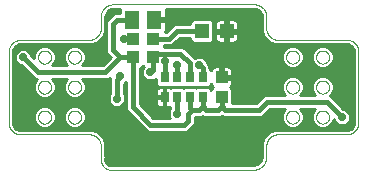
<source format=gtl>
G75*
%MOIN*%
%OFA0B0*%
%FSLAX25Y25*%
%IPPOS*%
%LPD*%
%AMOC8*
5,1,8,0,0,1.08239X$1,22.5*
%
%ADD10C,0.00000*%
%ADD11R,0.04724X0.04724*%
%ADD12R,0.04331X0.03937*%
%ADD13R,0.02854X0.03543*%
%ADD14R,0.03937X0.04331*%
%ADD15R,0.05118X0.05906*%
%ADD16OC8,0.02420*%
%ADD17C,0.01600*%
%ADD18C,0.01000*%
D10*
X0045791Y0032012D02*
X0045915Y0032010D01*
X0046038Y0032004D01*
X0046162Y0031995D01*
X0046284Y0031981D01*
X0046407Y0031964D01*
X0046529Y0031942D01*
X0046650Y0031917D01*
X0046770Y0031888D01*
X0046889Y0031856D01*
X0047008Y0031819D01*
X0047125Y0031779D01*
X0047240Y0031736D01*
X0047355Y0031688D01*
X0047467Y0031637D01*
X0047578Y0031583D01*
X0047688Y0031525D01*
X0047795Y0031464D01*
X0047901Y0031399D01*
X0048004Y0031331D01*
X0048105Y0031260D01*
X0048204Y0031186D01*
X0048301Y0031109D01*
X0048395Y0031028D01*
X0048486Y0030945D01*
X0048575Y0030859D01*
X0048661Y0030770D01*
X0048744Y0030679D01*
X0048825Y0030585D01*
X0048902Y0030488D01*
X0048976Y0030389D01*
X0049047Y0030288D01*
X0049115Y0030185D01*
X0049180Y0030079D01*
X0049241Y0029972D01*
X0049299Y0029862D01*
X0049353Y0029751D01*
X0049404Y0029639D01*
X0049452Y0029524D01*
X0049495Y0029409D01*
X0049535Y0029292D01*
X0049572Y0029173D01*
X0049604Y0029054D01*
X0049633Y0028934D01*
X0049658Y0028813D01*
X0049680Y0028691D01*
X0049697Y0028568D01*
X0049711Y0028446D01*
X0049720Y0028322D01*
X0049726Y0028199D01*
X0049728Y0028075D01*
X0049728Y0024138D01*
X0049713Y0024023D01*
X0049703Y0023907D01*
X0049696Y0023791D01*
X0049693Y0023675D01*
X0049694Y0023558D01*
X0049699Y0023442D01*
X0049708Y0023326D01*
X0049720Y0023211D01*
X0049737Y0023095D01*
X0049757Y0022981D01*
X0049781Y0022867D01*
X0049809Y0022754D01*
X0049841Y0022642D01*
X0049876Y0022532D01*
X0049915Y0022422D01*
X0049958Y0022314D01*
X0050004Y0022207D01*
X0050054Y0022102D01*
X0050108Y0021999D01*
X0050164Y0021897D01*
X0050224Y0021798D01*
X0050288Y0021700D01*
X0050354Y0021605D01*
X0050424Y0021512D01*
X0050497Y0021421D01*
X0050573Y0021333D01*
X0050652Y0021247D01*
X0050733Y0021164D01*
X0050818Y0021084D01*
X0050904Y0021007D01*
X0050994Y0020933D01*
X0051086Y0020861D01*
X0051180Y0020793D01*
X0051276Y0020728D01*
X0051375Y0020666D01*
X0051476Y0020608D01*
X0051578Y0020553D01*
X0051682Y0020501D01*
X0051788Y0020453D01*
X0051896Y0020409D01*
X0052005Y0020368D01*
X0052115Y0020331D01*
X0052226Y0020297D01*
X0052338Y0020268D01*
X0052452Y0020242D01*
X0052566Y0020219D01*
X0052681Y0020201D01*
X0099925Y0020201D01*
X0100056Y0020189D01*
X0100188Y0020180D01*
X0100320Y0020175D01*
X0100452Y0020174D01*
X0100584Y0020177D01*
X0100716Y0020184D01*
X0100848Y0020195D01*
X0100979Y0020210D01*
X0101110Y0020228D01*
X0101240Y0020251D01*
X0101369Y0020277D01*
X0101498Y0020307D01*
X0101625Y0020341D01*
X0101752Y0020379D01*
X0101877Y0020420D01*
X0102002Y0020465D01*
X0102124Y0020514D01*
X0102245Y0020566D01*
X0102365Y0020622D01*
X0102483Y0020682D01*
X0102599Y0020745D01*
X0102713Y0020811D01*
X0102825Y0020881D01*
X0102935Y0020954D01*
X0103043Y0021030D01*
X0103149Y0021110D01*
X0103252Y0021192D01*
X0103353Y0021278D01*
X0103451Y0021366D01*
X0103546Y0021457D01*
X0103639Y0021552D01*
X0103728Y0021648D01*
X0103815Y0021748D01*
X0103899Y0021850D01*
X0103980Y0021954D01*
X0104058Y0022061D01*
X0104132Y0022170D01*
X0104204Y0022281D01*
X0104272Y0022394D01*
X0104336Y0022510D01*
X0104397Y0022627D01*
X0104455Y0022745D01*
X0104509Y0022866D01*
X0104559Y0022988D01*
X0104606Y0023111D01*
X0104649Y0023236D01*
X0104689Y0023362D01*
X0104725Y0023489D01*
X0104756Y0023618D01*
X0104785Y0023747D01*
X0104809Y0023876D01*
X0104829Y0024007D01*
X0104846Y0024138D01*
X0104846Y0028075D01*
X0104848Y0028199D01*
X0104854Y0028322D01*
X0104863Y0028446D01*
X0104877Y0028568D01*
X0104894Y0028691D01*
X0104916Y0028813D01*
X0104941Y0028934D01*
X0104970Y0029054D01*
X0105002Y0029173D01*
X0105039Y0029292D01*
X0105079Y0029409D01*
X0105122Y0029524D01*
X0105170Y0029639D01*
X0105221Y0029751D01*
X0105275Y0029862D01*
X0105333Y0029972D01*
X0105394Y0030079D01*
X0105459Y0030185D01*
X0105527Y0030288D01*
X0105598Y0030389D01*
X0105672Y0030488D01*
X0105749Y0030585D01*
X0105830Y0030679D01*
X0105913Y0030770D01*
X0105999Y0030859D01*
X0106088Y0030945D01*
X0106179Y0031028D01*
X0106273Y0031109D01*
X0106370Y0031186D01*
X0106469Y0031260D01*
X0106570Y0031331D01*
X0106673Y0031399D01*
X0106779Y0031464D01*
X0106886Y0031525D01*
X0106996Y0031583D01*
X0107107Y0031637D01*
X0107219Y0031688D01*
X0107334Y0031736D01*
X0107449Y0031779D01*
X0107566Y0031819D01*
X0107685Y0031856D01*
X0107804Y0031888D01*
X0107924Y0031917D01*
X0108045Y0031942D01*
X0108167Y0031964D01*
X0108290Y0031981D01*
X0108412Y0031995D01*
X0108536Y0032004D01*
X0108659Y0032010D01*
X0108783Y0032012D01*
X0131618Y0032012D01*
X0131742Y0032014D01*
X0131865Y0032020D01*
X0131989Y0032029D01*
X0132111Y0032043D01*
X0132234Y0032060D01*
X0132356Y0032082D01*
X0132477Y0032107D01*
X0132597Y0032136D01*
X0132716Y0032168D01*
X0132835Y0032205D01*
X0132952Y0032245D01*
X0133067Y0032288D01*
X0133182Y0032336D01*
X0133294Y0032387D01*
X0133405Y0032441D01*
X0133515Y0032499D01*
X0133622Y0032560D01*
X0133728Y0032625D01*
X0133831Y0032693D01*
X0133932Y0032764D01*
X0134031Y0032838D01*
X0134128Y0032915D01*
X0134222Y0032996D01*
X0134313Y0033079D01*
X0134402Y0033165D01*
X0134488Y0033254D01*
X0134571Y0033345D01*
X0134652Y0033439D01*
X0134729Y0033536D01*
X0134803Y0033635D01*
X0134874Y0033736D01*
X0134942Y0033839D01*
X0135007Y0033945D01*
X0135068Y0034052D01*
X0135126Y0034162D01*
X0135180Y0034273D01*
X0135231Y0034385D01*
X0135279Y0034500D01*
X0135322Y0034615D01*
X0135362Y0034732D01*
X0135399Y0034851D01*
X0135431Y0034970D01*
X0135460Y0035090D01*
X0135485Y0035211D01*
X0135507Y0035333D01*
X0135524Y0035456D01*
X0135538Y0035578D01*
X0135547Y0035702D01*
X0135553Y0035825D01*
X0135555Y0035949D01*
X0135555Y0059571D01*
X0135553Y0059695D01*
X0135547Y0059818D01*
X0135538Y0059942D01*
X0135524Y0060064D01*
X0135507Y0060187D01*
X0135485Y0060309D01*
X0135460Y0060430D01*
X0135431Y0060550D01*
X0135399Y0060669D01*
X0135362Y0060788D01*
X0135322Y0060905D01*
X0135279Y0061020D01*
X0135231Y0061135D01*
X0135180Y0061247D01*
X0135126Y0061358D01*
X0135068Y0061468D01*
X0135007Y0061575D01*
X0134942Y0061681D01*
X0134874Y0061784D01*
X0134803Y0061885D01*
X0134729Y0061984D01*
X0134652Y0062081D01*
X0134571Y0062175D01*
X0134488Y0062266D01*
X0134402Y0062355D01*
X0134313Y0062441D01*
X0134222Y0062524D01*
X0134128Y0062605D01*
X0134031Y0062682D01*
X0133932Y0062756D01*
X0133831Y0062827D01*
X0133728Y0062895D01*
X0133622Y0062960D01*
X0133515Y0063021D01*
X0133405Y0063079D01*
X0133294Y0063133D01*
X0133182Y0063184D01*
X0133067Y0063232D01*
X0132952Y0063275D01*
X0132835Y0063315D01*
X0132716Y0063352D01*
X0132597Y0063384D01*
X0132477Y0063413D01*
X0132356Y0063438D01*
X0132234Y0063460D01*
X0132111Y0063477D01*
X0131989Y0063491D01*
X0131865Y0063500D01*
X0131742Y0063506D01*
X0131618Y0063508D01*
X0108783Y0063508D01*
X0108659Y0063510D01*
X0108536Y0063516D01*
X0108412Y0063525D01*
X0108290Y0063539D01*
X0108167Y0063556D01*
X0108045Y0063578D01*
X0107924Y0063603D01*
X0107804Y0063632D01*
X0107685Y0063664D01*
X0107566Y0063701D01*
X0107449Y0063741D01*
X0107334Y0063784D01*
X0107219Y0063832D01*
X0107107Y0063883D01*
X0106996Y0063937D01*
X0106886Y0063995D01*
X0106779Y0064056D01*
X0106673Y0064121D01*
X0106570Y0064189D01*
X0106469Y0064260D01*
X0106370Y0064334D01*
X0106273Y0064411D01*
X0106179Y0064492D01*
X0106088Y0064575D01*
X0105999Y0064661D01*
X0105913Y0064750D01*
X0105830Y0064841D01*
X0105749Y0064935D01*
X0105672Y0065032D01*
X0105598Y0065131D01*
X0105527Y0065232D01*
X0105459Y0065335D01*
X0105394Y0065441D01*
X0105333Y0065548D01*
X0105275Y0065658D01*
X0105221Y0065769D01*
X0105170Y0065881D01*
X0105122Y0065996D01*
X0105079Y0066111D01*
X0105039Y0066228D01*
X0105002Y0066347D01*
X0104970Y0066466D01*
X0104941Y0066586D01*
X0104916Y0066707D01*
X0104894Y0066829D01*
X0104877Y0066952D01*
X0104863Y0067074D01*
X0104854Y0067198D01*
X0104848Y0067321D01*
X0104846Y0067445D01*
X0104846Y0071382D01*
X0104844Y0071506D01*
X0104838Y0071629D01*
X0104829Y0071753D01*
X0104815Y0071875D01*
X0104798Y0071998D01*
X0104776Y0072120D01*
X0104751Y0072241D01*
X0104722Y0072361D01*
X0104690Y0072480D01*
X0104653Y0072599D01*
X0104613Y0072716D01*
X0104570Y0072831D01*
X0104522Y0072946D01*
X0104471Y0073058D01*
X0104417Y0073169D01*
X0104359Y0073279D01*
X0104298Y0073386D01*
X0104233Y0073492D01*
X0104165Y0073595D01*
X0104094Y0073696D01*
X0104020Y0073795D01*
X0103943Y0073892D01*
X0103862Y0073986D01*
X0103779Y0074077D01*
X0103693Y0074166D01*
X0103604Y0074252D01*
X0103513Y0074335D01*
X0103419Y0074416D01*
X0103322Y0074493D01*
X0103223Y0074567D01*
X0103122Y0074638D01*
X0103019Y0074706D01*
X0102913Y0074771D01*
X0102806Y0074832D01*
X0102696Y0074890D01*
X0102585Y0074944D01*
X0102473Y0074995D01*
X0102358Y0075043D01*
X0102243Y0075086D01*
X0102126Y0075126D01*
X0102007Y0075163D01*
X0101888Y0075195D01*
X0101768Y0075224D01*
X0101647Y0075249D01*
X0101525Y0075271D01*
X0101402Y0075288D01*
X0101280Y0075302D01*
X0101156Y0075311D01*
X0101033Y0075317D01*
X0100909Y0075319D01*
X0053665Y0075319D01*
X0053541Y0075317D01*
X0053418Y0075311D01*
X0053294Y0075302D01*
X0053172Y0075288D01*
X0053049Y0075271D01*
X0052927Y0075249D01*
X0052806Y0075224D01*
X0052686Y0075195D01*
X0052567Y0075163D01*
X0052448Y0075126D01*
X0052331Y0075086D01*
X0052216Y0075043D01*
X0052101Y0074995D01*
X0051989Y0074944D01*
X0051878Y0074890D01*
X0051768Y0074832D01*
X0051661Y0074771D01*
X0051555Y0074706D01*
X0051452Y0074638D01*
X0051351Y0074567D01*
X0051252Y0074493D01*
X0051155Y0074416D01*
X0051061Y0074335D01*
X0050970Y0074252D01*
X0050881Y0074166D01*
X0050795Y0074077D01*
X0050712Y0073986D01*
X0050631Y0073892D01*
X0050554Y0073795D01*
X0050480Y0073696D01*
X0050409Y0073595D01*
X0050341Y0073492D01*
X0050276Y0073386D01*
X0050215Y0073279D01*
X0050157Y0073169D01*
X0050103Y0073058D01*
X0050052Y0072946D01*
X0050004Y0072831D01*
X0049961Y0072716D01*
X0049921Y0072599D01*
X0049884Y0072480D01*
X0049852Y0072361D01*
X0049823Y0072241D01*
X0049798Y0072120D01*
X0049776Y0071998D01*
X0049759Y0071875D01*
X0049745Y0071753D01*
X0049736Y0071629D01*
X0049730Y0071506D01*
X0049728Y0071382D01*
X0049728Y0067445D01*
X0049726Y0067321D01*
X0049720Y0067198D01*
X0049711Y0067074D01*
X0049697Y0066952D01*
X0049680Y0066829D01*
X0049658Y0066707D01*
X0049633Y0066586D01*
X0049604Y0066466D01*
X0049572Y0066347D01*
X0049535Y0066228D01*
X0049495Y0066111D01*
X0049452Y0065996D01*
X0049404Y0065881D01*
X0049353Y0065769D01*
X0049299Y0065658D01*
X0049241Y0065548D01*
X0049180Y0065441D01*
X0049115Y0065335D01*
X0049047Y0065232D01*
X0048976Y0065131D01*
X0048902Y0065032D01*
X0048825Y0064935D01*
X0048744Y0064841D01*
X0048661Y0064750D01*
X0048575Y0064661D01*
X0048486Y0064575D01*
X0048395Y0064492D01*
X0048301Y0064411D01*
X0048204Y0064334D01*
X0048105Y0064260D01*
X0048004Y0064189D01*
X0047901Y0064121D01*
X0047795Y0064056D01*
X0047688Y0063995D01*
X0047578Y0063937D01*
X0047467Y0063883D01*
X0047355Y0063832D01*
X0047240Y0063784D01*
X0047125Y0063741D01*
X0047008Y0063701D01*
X0046889Y0063664D01*
X0046770Y0063632D01*
X0046650Y0063603D01*
X0046529Y0063578D01*
X0046407Y0063556D01*
X0046284Y0063539D01*
X0046162Y0063525D01*
X0046038Y0063516D01*
X0045915Y0063510D01*
X0045791Y0063508D01*
X0022957Y0063508D01*
X0022833Y0063506D01*
X0022710Y0063500D01*
X0022586Y0063491D01*
X0022464Y0063477D01*
X0022341Y0063460D01*
X0022219Y0063438D01*
X0022098Y0063413D01*
X0021978Y0063384D01*
X0021859Y0063352D01*
X0021740Y0063315D01*
X0021623Y0063275D01*
X0021508Y0063232D01*
X0021393Y0063184D01*
X0021281Y0063133D01*
X0021170Y0063079D01*
X0021060Y0063021D01*
X0020953Y0062960D01*
X0020847Y0062895D01*
X0020744Y0062827D01*
X0020643Y0062756D01*
X0020544Y0062682D01*
X0020447Y0062605D01*
X0020353Y0062524D01*
X0020262Y0062441D01*
X0020173Y0062355D01*
X0020087Y0062266D01*
X0020004Y0062175D01*
X0019923Y0062081D01*
X0019846Y0061984D01*
X0019772Y0061885D01*
X0019701Y0061784D01*
X0019633Y0061681D01*
X0019568Y0061575D01*
X0019507Y0061468D01*
X0019449Y0061358D01*
X0019395Y0061247D01*
X0019344Y0061135D01*
X0019296Y0061020D01*
X0019253Y0060905D01*
X0019213Y0060788D01*
X0019176Y0060669D01*
X0019144Y0060550D01*
X0019115Y0060430D01*
X0019090Y0060309D01*
X0019068Y0060187D01*
X0019051Y0060064D01*
X0019037Y0059942D01*
X0019028Y0059818D01*
X0019022Y0059695D01*
X0019020Y0059571D01*
X0019020Y0035949D01*
X0019022Y0035825D01*
X0019028Y0035702D01*
X0019037Y0035578D01*
X0019051Y0035456D01*
X0019068Y0035333D01*
X0019090Y0035211D01*
X0019115Y0035090D01*
X0019144Y0034970D01*
X0019176Y0034851D01*
X0019213Y0034732D01*
X0019253Y0034615D01*
X0019296Y0034500D01*
X0019344Y0034385D01*
X0019395Y0034273D01*
X0019449Y0034162D01*
X0019507Y0034052D01*
X0019568Y0033945D01*
X0019633Y0033839D01*
X0019701Y0033736D01*
X0019772Y0033635D01*
X0019846Y0033536D01*
X0019923Y0033439D01*
X0020004Y0033345D01*
X0020087Y0033254D01*
X0020173Y0033165D01*
X0020262Y0033079D01*
X0020353Y0032996D01*
X0020447Y0032915D01*
X0020544Y0032838D01*
X0020643Y0032764D01*
X0020744Y0032693D01*
X0020847Y0032625D01*
X0020953Y0032560D01*
X0021060Y0032499D01*
X0021170Y0032441D01*
X0021281Y0032387D01*
X0021393Y0032336D01*
X0021508Y0032288D01*
X0021623Y0032245D01*
X0021740Y0032205D01*
X0021859Y0032168D01*
X0021978Y0032136D01*
X0022098Y0032107D01*
X0022219Y0032082D01*
X0022341Y0032060D01*
X0022464Y0032043D01*
X0022586Y0032029D01*
X0022710Y0032020D01*
X0022833Y0032014D01*
X0022957Y0032012D01*
X0045791Y0032012D01*
X0038784Y0037760D02*
X0038786Y0037853D01*
X0038792Y0037945D01*
X0038802Y0038037D01*
X0038816Y0038128D01*
X0038833Y0038219D01*
X0038855Y0038309D01*
X0038880Y0038398D01*
X0038909Y0038486D01*
X0038942Y0038572D01*
X0038979Y0038657D01*
X0039019Y0038741D01*
X0039063Y0038822D01*
X0039110Y0038902D01*
X0039160Y0038980D01*
X0039214Y0039055D01*
X0039271Y0039128D01*
X0039331Y0039198D01*
X0039394Y0039266D01*
X0039460Y0039331D01*
X0039528Y0039393D01*
X0039599Y0039453D01*
X0039673Y0039509D01*
X0039749Y0039562D01*
X0039827Y0039611D01*
X0039907Y0039658D01*
X0039989Y0039700D01*
X0040073Y0039740D01*
X0040158Y0039775D01*
X0040245Y0039807D01*
X0040333Y0039836D01*
X0040422Y0039860D01*
X0040512Y0039881D01*
X0040603Y0039897D01*
X0040695Y0039910D01*
X0040787Y0039919D01*
X0040880Y0039924D01*
X0040972Y0039925D01*
X0041065Y0039922D01*
X0041157Y0039915D01*
X0041249Y0039904D01*
X0041340Y0039889D01*
X0041431Y0039871D01*
X0041521Y0039848D01*
X0041609Y0039822D01*
X0041697Y0039792D01*
X0041783Y0039758D01*
X0041867Y0039721D01*
X0041950Y0039679D01*
X0042031Y0039635D01*
X0042111Y0039587D01*
X0042188Y0039536D01*
X0042262Y0039481D01*
X0042335Y0039423D01*
X0042405Y0039363D01*
X0042472Y0039299D01*
X0042536Y0039233D01*
X0042598Y0039163D01*
X0042656Y0039092D01*
X0042711Y0039018D01*
X0042763Y0038941D01*
X0042812Y0038862D01*
X0042858Y0038782D01*
X0042900Y0038699D01*
X0042938Y0038615D01*
X0042973Y0038529D01*
X0043004Y0038442D01*
X0043031Y0038354D01*
X0043054Y0038264D01*
X0043074Y0038174D01*
X0043090Y0038083D01*
X0043102Y0037991D01*
X0043110Y0037899D01*
X0043114Y0037806D01*
X0043114Y0037714D01*
X0043110Y0037621D01*
X0043102Y0037529D01*
X0043090Y0037437D01*
X0043074Y0037346D01*
X0043054Y0037256D01*
X0043031Y0037166D01*
X0043004Y0037078D01*
X0042973Y0036991D01*
X0042938Y0036905D01*
X0042900Y0036821D01*
X0042858Y0036738D01*
X0042812Y0036658D01*
X0042763Y0036579D01*
X0042711Y0036502D01*
X0042656Y0036428D01*
X0042598Y0036357D01*
X0042536Y0036287D01*
X0042472Y0036221D01*
X0042405Y0036157D01*
X0042335Y0036097D01*
X0042262Y0036039D01*
X0042188Y0035984D01*
X0042111Y0035933D01*
X0042032Y0035885D01*
X0041950Y0035841D01*
X0041867Y0035799D01*
X0041783Y0035762D01*
X0041697Y0035728D01*
X0041609Y0035698D01*
X0041521Y0035672D01*
X0041431Y0035649D01*
X0041340Y0035631D01*
X0041249Y0035616D01*
X0041157Y0035605D01*
X0041065Y0035598D01*
X0040972Y0035595D01*
X0040880Y0035596D01*
X0040787Y0035601D01*
X0040695Y0035610D01*
X0040603Y0035623D01*
X0040512Y0035639D01*
X0040422Y0035660D01*
X0040333Y0035684D01*
X0040245Y0035713D01*
X0040158Y0035745D01*
X0040073Y0035780D01*
X0039989Y0035820D01*
X0039907Y0035862D01*
X0039827Y0035909D01*
X0039749Y0035958D01*
X0039673Y0036011D01*
X0039599Y0036067D01*
X0039528Y0036127D01*
X0039460Y0036189D01*
X0039394Y0036254D01*
X0039331Y0036322D01*
X0039271Y0036392D01*
X0039214Y0036465D01*
X0039160Y0036540D01*
X0039110Y0036618D01*
X0039063Y0036698D01*
X0039019Y0036779D01*
X0038979Y0036863D01*
X0038942Y0036948D01*
X0038909Y0037034D01*
X0038880Y0037122D01*
X0038855Y0037211D01*
X0038833Y0037301D01*
X0038816Y0037392D01*
X0038802Y0037483D01*
X0038792Y0037575D01*
X0038786Y0037667D01*
X0038784Y0037760D01*
X0028784Y0037760D02*
X0028786Y0037853D01*
X0028792Y0037945D01*
X0028802Y0038037D01*
X0028816Y0038128D01*
X0028833Y0038219D01*
X0028855Y0038309D01*
X0028880Y0038398D01*
X0028909Y0038486D01*
X0028942Y0038572D01*
X0028979Y0038657D01*
X0029019Y0038741D01*
X0029063Y0038822D01*
X0029110Y0038902D01*
X0029160Y0038980D01*
X0029214Y0039055D01*
X0029271Y0039128D01*
X0029331Y0039198D01*
X0029394Y0039266D01*
X0029460Y0039331D01*
X0029528Y0039393D01*
X0029599Y0039453D01*
X0029673Y0039509D01*
X0029749Y0039562D01*
X0029827Y0039611D01*
X0029907Y0039658D01*
X0029989Y0039700D01*
X0030073Y0039740D01*
X0030158Y0039775D01*
X0030245Y0039807D01*
X0030333Y0039836D01*
X0030422Y0039860D01*
X0030512Y0039881D01*
X0030603Y0039897D01*
X0030695Y0039910D01*
X0030787Y0039919D01*
X0030880Y0039924D01*
X0030972Y0039925D01*
X0031065Y0039922D01*
X0031157Y0039915D01*
X0031249Y0039904D01*
X0031340Y0039889D01*
X0031431Y0039871D01*
X0031521Y0039848D01*
X0031609Y0039822D01*
X0031697Y0039792D01*
X0031783Y0039758D01*
X0031867Y0039721D01*
X0031950Y0039679D01*
X0032031Y0039635D01*
X0032111Y0039587D01*
X0032188Y0039536D01*
X0032262Y0039481D01*
X0032335Y0039423D01*
X0032405Y0039363D01*
X0032472Y0039299D01*
X0032536Y0039233D01*
X0032598Y0039163D01*
X0032656Y0039092D01*
X0032711Y0039018D01*
X0032763Y0038941D01*
X0032812Y0038862D01*
X0032858Y0038782D01*
X0032900Y0038699D01*
X0032938Y0038615D01*
X0032973Y0038529D01*
X0033004Y0038442D01*
X0033031Y0038354D01*
X0033054Y0038264D01*
X0033074Y0038174D01*
X0033090Y0038083D01*
X0033102Y0037991D01*
X0033110Y0037899D01*
X0033114Y0037806D01*
X0033114Y0037714D01*
X0033110Y0037621D01*
X0033102Y0037529D01*
X0033090Y0037437D01*
X0033074Y0037346D01*
X0033054Y0037256D01*
X0033031Y0037166D01*
X0033004Y0037078D01*
X0032973Y0036991D01*
X0032938Y0036905D01*
X0032900Y0036821D01*
X0032858Y0036738D01*
X0032812Y0036658D01*
X0032763Y0036579D01*
X0032711Y0036502D01*
X0032656Y0036428D01*
X0032598Y0036357D01*
X0032536Y0036287D01*
X0032472Y0036221D01*
X0032405Y0036157D01*
X0032335Y0036097D01*
X0032262Y0036039D01*
X0032188Y0035984D01*
X0032111Y0035933D01*
X0032032Y0035885D01*
X0031950Y0035841D01*
X0031867Y0035799D01*
X0031783Y0035762D01*
X0031697Y0035728D01*
X0031609Y0035698D01*
X0031521Y0035672D01*
X0031431Y0035649D01*
X0031340Y0035631D01*
X0031249Y0035616D01*
X0031157Y0035605D01*
X0031065Y0035598D01*
X0030972Y0035595D01*
X0030880Y0035596D01*
X0030787Y0035601D01*
X0030695Y0035610D01*
X0030603Y0035623D01*
X0030512Y0035639D01*
X0030422Y0035660D01*
X0030333Y0035684D01*
X0030245Y0035713D01*
X0030158Y0035745D01*
X0030073Y0035780D01*
X0029989Y0035820D01*
X0029907Y0035862D01*
X0029827Y0035909D01*
X0029749Y0035958D01*
X0029673Y0036011D01*
X0029599Y0036067D01*
X0029528Y0036127D01*
X0029460Y0036189D01*
X0029394Y0036254D01*
X0029331Y0036322D01*
X0029271Y0036392D01*
X0029214Y0036465D01*
X0029160Y0036540D01*
X0029110Y0036618D01*
X0029063Y0036698D01*
X0029019Y0036779D01*
X0028979Y0036863D01*
X0028942Y0036948D01*
X0028909Y0037034D01*
X0028880Y0037122D01*
X0028855Y0037211D01*
X0028833Y0037301D01*
X0028816Y0037392D01*
X0028802Y0037483D01*
X0028792Y0037575D01*
X0028786Y0037667D01*
X0028784Y0037760D01*
X0028784Y0047760D02*
X0028786Y0047853D01*
X0028792Y0047945D01*
X0028802Y0048037D01*
X0028816Y0048128D01*
X0028833Y0048219D01*
X0028855Y0048309D01*
X0028880Y0048398D01*
X0028909Y0048486D01*
X0028942Y0048572D01*
X0028979Y0048657D01*
X0029019Y0048741D01*
X0029063Y0048822D01*
X0029110Y0048902D01*
X0029160Y0048980D01*
X0029214Y0049055D01*
X0029271Y0049128D01*
X0029331Y0049198D01*
X0029394Y0049266D01*
X0029460Y0049331D01*
X0029528Y0049393D01*
X0029599Y0049453D01*
X0029673Y0049509D01*
X0029749Y0049562D01*
X0029827Y0049611D01*
X0029907Y0049658D01*
X0029989Y0049700D01*
X0030073Y0049740D01*
X0030158Y0049775D01*
X0030245Y0049807D01*
X0030333Y0049836D01*
X0030422Y0049860D01*
X0030512Y0049881D01*
X0030603Y0049897D01*
X0030695Y0049910D01*
X0030787Y0049919D01*
X0030880Y0049924D01*
X0030972Y0049925D01*
X0031065Y0049922D01*
X0031157Y0049915D01*
X0031249Y0049904D01*
X0031340Y0049889D01*
X0031431Y0049871D01*
X0031521Y0049848D01*
X0031609Y0049822D01*
X0031697Y0049792D01*
X0031783Y0049758D01*
X0031867Y0049721D01*
X0031950Y0049679D01*
X0032031Y0049635D01*
X0032111Y0049587D01*
X0032188Y0049536D01*
X0032262Y0049481D01*
X0032335Y0049423D01*
X0032405Y0049363D01*
X0032472Y0049299D01*
X0032536Y0049233D01*
X0032598Y0049163D01*
X0032656Y0049092D01*
X0032711Y0049018D01*
X0032763Y0048941D01*
X0032812Y0048862D01*
X0032858Y0048782D01*
X0032900Y0048699D01*
X0032938Y0048615D01*
X0032973Y0048529D01*
X0033004Y0048442D01*
X0033031Y0048354D01*
X0033054Y0048264D01*
X0033074Y0048174D01*
X0033090Y0048083D01*
X0033102Y0047991D01*
X0033110Y0047899D01*
X0033114Y0047806D01*
X0033114Y0047714D01*
X0033110Y0047621D01*
X0033102Y0047529D01*
X0033090Y0047437D01*
X0033074Y0047346D01*
X0033054Y0047256D01*
X0033031Y0047166D01*
X0033004Y0047078D01*
X0032973Y0046991D01*
X0032938Y0046905D01*
X0032900Y0046821D01*
X0032858Y0046738D01*
X0032812Y0046658D01*
X0032763Y0046579D01*
X0032711Y0046502D01*
X0032656Y0046428D01*
X0032598Y0046357D01*
X0032536Y0046287D01*
X0032472Y0046221D01*
X0032405Y0046157D01*
X0032335Y0046097D01*
X0032262Y0046039D01*
X0032188Y0045984D01*
X0032111Y0045933D01*
X0032032Y0045885D01*
X0031950Y0045841D01*
X0031867Y0045799D01*
X0031783Y0045762D01*
X0031697Y0045728D01*
X0031609Y0045698D01*
X0031521Y0045672D01*
X0031431Y0045649D01*
X0031340Y0045631D01*
X0031249Y0045616D01*
X0031157Y0045605D01*
X0031065Y0045598D01*
X0030972Y0045595D01*
X0030880Y0045596D01*
X0030787Y0045601D01*
X0030695Y0045610D01*
X0030603Y0045623D01*
X0030512Y0045639D01*
X0030422Y0045660D01*
X0030333Y0045684D01*
X0030245Y0045713D01*
X0030158Y0045745D01*
X0030073Y0045780D01*
X0029989Y0045820D01*
X0029907Y0045862D01*
X0029827Y0045909D01*
X0029749Y0045958D01*
X0029673Y0046011D01*
X0029599Y0046067D01*
X0029528Y0046127D01*
X0029460Y0046189D01*
X0029394Y0046254D01*
X0029331Y0046322D01*
X0029271Y0046392D01*
X0029214Y0046465D01*
X0029160Y0046540D01*
X0029110Y0046618D01*
X0029063Y0046698D01*
X0029019Y0046779D01*
X0028979Y0046863D01*
X0028942Y0046948D01*
X0028909Y0047034D01*
X0028880Y0047122D01*
X0028855Y0047211D01*
X0028833Y0047301D01*
X0028816Y0047392D01*
X0028802Y0047483D01*
X0028792Y0047575D01*
X0028786Y0047667D01*
X0028784Y0047760D01*
X0038784Y0047760D02*
X0038786Y0047853D01*
X0038792Y0047945D01*
X0038802Y0048037D01*
X0038816Y0048128D01*
X0038833Y0048219D01*
X0038855Y0048309D01*
X0038880Y0048398D01*
X0038909Y0048486D01*
X0038942Y0048572D01*
X0038979Y0048657D01*
X0039019Y0048741D01*
X0039063Y0048822D01*
X0039110Y0048902D01*
X0039160Y0048980D01*
X0039214Y0049055D01*
X0039271Y0049128D01*
X0039331Y0049198D01*
X0039394Y0049266D01*
X0039460Y0049331D01*
X0039528Y0049393D01*
X0039599Y0049453D01*
X0039673Y0049509D01*
X0039749Y0049562D01*
X0039827Y0049611D01*
X0039907Y0049658D01*
X0039989Y0049700D01*
X0040073Y0049740D01*
X0040158Y0049775D01*
X0040245Y0049807D01*
X0040333Y0049836D01*
X0040422Y0049860D01*
X0040512Y0049881D01*
X0040603Y0049897D01*
X0040695Y0049910D01*
X0040787Y0049919D01*
X0040880Y0049924D01*
X0040972Y0049925D01*
X0041065Y0049922D01*
X0041157Y0049915D01*
X0041249Y0049904D01*
X0041340Y0049889D01*
X0041431Y0049871D01*
X0041521Y0049848D01*
X0041609Y0049822D01*
X0041697Y0049792D01*
X0041783Y0049758D01*
X0041867Y0049721D01*
X0041950Y0049679D01*
X0042031Y0049635D01*
X0042111Y0049587D01*
X0042188Y0049536D01*
X0042262Y0049481D01*
X0042335Y0049423D01*
X0042405Y0049363D01*
X0042472Y0049299D01*
X0042536Y0049233D01*
X0042598Y0049163D01*
X0042656Y0049092D01*
X0042711Y0049018D01*
X0042763Y0048941D01*
X0042812Y0048862D01*
X0042858Y0048782D01*
X0042900Y0048699D01*
X0042938Y0048615D01*
X0042973Y0048529D01*
X0043004Y0048442D01*
X0043031Y0048354D01*
X0043054Y0048264D01*
X0043074Y0048174D01*
X0043090Y0048083D01*
X0043102Y0047991D01*
X0043110Y0047899D01*
X0043114Y0047806D01*
X0043114Y0047714D01*
X0043110Y0047621D01*
X0043102Y0047529D01*
X0043090Y0047437D01*
X0043074Y0047346D01*
X0043054Y0047256D01*
X0043031Y0047166D01*
X0043004Y0047078D01*
X0042973Y0046991D01*
X0042938Y0046905D01*
X0042900Y0046821D01*
X0042858Y0046738D01*
X0042812Y0046658D01*
X0042763Y0046579D01*
X0042711Y0046502D01*
X0042656Y0046428D01*
X0042598Y0046357D01*
X0042536Y0046287D01*
X0042472Y0046221D01*
X0042405Y0046157D01*
X0042335Y0046097D01*
X0042262Y0046039D01*
X0042188Y0045984D01*
X0042111Y0045933D01*
X0042032Y0045885D01*
X0041950Y0045841D01*
X0041867Y0045799D01*
X0041783Y0045762D01*
X0041697Y0045728D01*
X0041609Y0045698D01*
X0041521Y0045672D01*
X0041431Y0045649D01*
X0041340Y0045631D01*
X0041249Y0045616D01*
X0041157Y0045605D01*
X0041065Y0045598D01*
X0040972Y0045595D01*
X0040880Y0045596D01*
X0040787Y0045601D01*
X0040695Y0045610D01*
X0040603Y0045623D01*
X0040512Y0045639D01*
X0040422Y0045660D01*
X0040333Y0045684D01*
X0040245Y0045713D01*
X0040158Y0045745D01*
X0040073Y0045780D01*
X0039989Y0045820D01*
X0039907Y0045862D01*
X0039827Y0045909D01*
X0039749Y0045958D01*
X0039673Y0046011D01*
X0039599Y0046067D01*
X0039528Y0046127D01*
X0039460Y0046189D01*
X0039394Y0046254D01*
X0039331Y0046322D01*
X0039271Y0046392D01*
X0039214Y0046465D01*
X0039160Y0046540D01*
X0039110Y0046618D01*
X0039063Y0046698D01*
X0039019Y0046779D01*
X0038979Y0046863D01*
X0038942Y0046948D01*
X0038909Y0047034D01*
X0038880Y0047122D01*
X0038855Y0047211D01*
X0038833Y0047301D01*
X0038816Y0047392D01*
X0038802Y0047483D01*
X0038792Y0047575D01*
X0038786Y0047667D01*
X0038784Y0047760D01*
X0038784Y0057760D02*
X0038786Y0057853D01*
X0038792Y0057945D01*
X0038802Y0058037D01*
X0038816Y0058128D01*
X0038833Y0058219D01*
X0038855Y0058309D01*
X0038880Y0058398D01*
X0038909Y0058486D01*
X0038942Y0058572D01*
X0038979Y0058657D01*
X0039019Y0058741D01*
X0039063Y0058822D01*
X0039110Y0058902D01*
X0039160Y0058980D01*
X0039214Y0059055D01*
X0039271Y0059128D01*
X0039331Y0059198D01*
X0039394Y0059266D01*
X0039460Y0059331D01*
X0039528Y0059393D01*
X0039599Y0059453D01*
X0039673Y0059509D01*
X0039749Y0059562D01*
X0039827Y0059611D01*
X0039907Y0059658D01*
X0039989Y0059700D01*
X0040073Y0059740D01*
X0040158Y0059775D01*
X0040245Y0059807D01*
X0040333Y0059836D01*
X0040422Y0059860D01*
X0040512Y0059881D01*
X0040603Y0059897D01*
X0040695Y0059910D01*
X0040787Y0059919D01*
X0040880Y0059924D01*
X0040972Y0059925D01*
X0041065Y0059922D01*
X0041157Y0059915D01*
X0041249Y0059904D01*
X0041340Y0059889D01*
X0041431Y0059871D01*
X0041521Y0059848D01*
X0041609Y0059822D01*
X0041697Y0059792D01*
X0041783Y0059758D01*
X0041867Y0059721D01*
X0041950Y0059679D01*
X0042031Y0059635D01*
X0042111Y0059587D01*
X0042188Y0059536D01*
X0042262Y0059481D01*
X0042335Y0059423D01*
X0042405Y0059363D01*
X0042472Y0059299D01*
X0042536Y0059233D01*
X0042598Y0059163D01*
X0042656Y0059092D01*
X0042711Y0059018D01*
X0042763Y0058941D01*
X0042812Y0058862D01*
X0042858Y0058782D01*
X0042900Y0058699D01*
X0042938Y0058615D01*
X0042973Y0058529D01*
X0043004Y0058442D01*
X0043031Y0058354D01*
X0043054Y0058264D01*
X0043074Y0058174D01*
X0043090Y0058083D01*
X0043102Y0057991D01*
X0043110Y0057899D01*
X0043114Y0057806D01*
X0043114Y0057714D01*
X0043110Y0057621D01*
X0043102Y0057529D01*
X0043090Y0057437D01*
X0043074Y0057346D01*
X0043054Y0057256D01*
X0043031Y0057166D01*
X0043004Y0057078D01*
X0042973Y0056991D01*
X0042938Y0056905D01*
X0042900Y0056821D01*
X0042858Y0056738D01*
X0042812Y0056658D01*
X0042763Y0056579D01*
X0042711Y0056502D01*
X0042656Y0056428D01*
X0042598Y0056357D01*
X0042536Y0056287D01*
X0042472Y0056221D01*
X0042405Y0056157D01*
X0042335Y0056097D01*
X0042262Y0056039D01*
X0042188Y0055984D01*
X0042111Y0055933D01*
X0042032Y0055885D01*
X0041950Y0055841D01*
X0041867Y0055799D01*
X0041783Y0055762D01*
X0041697Y0055728D01*
X0041609Y0055698D01*
X0041521Y0055672D01*
X0041431Y0055649D01*
X0041340Y0055631D01*
X0041249Y0055616D01*
X0041157Y0055605D01*
X0041065Y0055598D01*
X0040972Y0055595D01*
X0040880Y0055596D01*
X0040787Y0055601D01*
X0040695Y0055610D01*
X0040603Y0055623D01*
X0040512Y0055639D01*
X0040422Y0055660D01*
X0040333Y0055684D01*
X0040245Y0055713D01*
X0040158Y0055745D01*
X0040073Y0055780D01*
X0039989Y0055820D01*
X0039907Y0055862D01*
X0039827Y0055909D01*
X0039749Y0055958D01*
X0039673Y0056011D01*
X0039599Y0056067D01*
X0039528Y0056127D01*
X0039460Y0056189D01*
X0039394Y0056254D01*
X0039331Y0056322D01*
X0039271Y0056392D01*
X0039214Y0056465D01*
X0039160Y0056540D01*
X0039110Y0056618D01*
X0039063Y0056698D01*
X0039019Y0056779D01*
X0038979Y0056863D01*
X0038942Y0056948D01*
X0038909Y0057034D01*
X0038880Y0057122D01*
X0038855Y0057211D01*
X0038833Y0057301D01*
X0038816Y0057392D01*
X0038802Y0057483D01*
X0038792Y0057575D01*
X0038786Y0057667D01*
X0038784Y0057760D01*
X0028784Y0057760D02*
X0028786Y0057853D01*
X0028792Y0057945D01*
X0028802Y0058037D01*
X0028816Y0058128D01*
X0028833Y0058219D01*
X0028855Y0058309D01*
X0028880Y0058398D01*
X0028909Y0058486D01*
X0028942Y0058572D01*
X0028979Y0058657D01*
X0029019Y0058741D01*
X0029063Y0058822D01*
X0029110Y0058902D01*
X0029160Y0058980D01*
X0029214Y0059055D01*
X0029271Y0059128D01*
X0029331Y0059198D01*
X0029394Y0059266D01*
X0029460Y0059331D01*
X0029528Y0059393D01*
X0029599Y0059453D01*
X0029673Y0059509D01*
X0029749Y0059562D01*
X0029827Y0059611D01*
X0029907Y0059658D01*
X0029989Y0059700D01*
X0030073Y0059740D01*
X0030158Y0059775D01*
X0030245Y0059807D01*
X0030333Y0059836D01*
X0030422Y0059860D01*
X0030512Y0059881D01*
X0030603Y0059897D01*
X0030695Y0059910D01*
X0030787Y0059919D01*
X0030880Y0059924D01*
X0030972Y0059925D01*
X0031065Y0059922D01*
X0031157Y0059915D01*
X0031249Y0059904D01*
X0031340Y0059889D01*
X0031431Y0059871D01*
X0031521Y0059848D01*
X0031609Y0059822D01*
X0031697Y0059792D01*
X0031783Y0059758D01*
X0031867Y0059721D01*
X0031950Y0059679D01*
X0032031Y0059635D01*
X0032111Y0059587D01*
X0032188Y0059536D01*
X0032262Y0059481D01*
X0032335Y0059423D01*
X0032405Y0059363D01*
X0032472Y0059299D01*
X0032536Y0059233D01*
X0032598Y0059163D01*
X0032656Y0059092D01*
X0032711Y0059018D01*
X0032763Y0058941D01*
X0032812Y0058862D01*
X0032858Y0058782D01*
X0032900Y0058699D01*
X0032938Y0058615D01*
X0032973Y0058529D01*
X0033004Y0058442D01*
X0033031Y0058354D01*
X0033054Y0058264D01*
X0033074Y0058174D01*
X0033090Y0058083D01*
X0033102Y0057991D01*
X0033110Y0057899D01*
X0033114Y0057806D01*
X0033114Y0057714D01*
X0033110Y0057621D01*
X0033102Y0057529D01*
X0033090Y0057437D01*
X0033074Y0057346D01*
X0033054Y0057256D01*
X0033031Y0057166D01*
X0033004Y0057078D01*
X0032973Y0056991D01*
X0032938Y0056905D01*
X0032900Y0056821D01*
X0032858Y0056738D01*
X0032812Y0056658D01*
X0032763Y0056579D01*
X0032711Y0056502D01*
X0032656Y0056428D01*
X0032598Y0056357D01*
X0032536Y0056287D01*
X0032472Y0056221D01*
X0032405Y0056157D01*
X0032335Y0056097D01*
X0032262Y0056039D01*
X0032188Y0055984D01*
X0032111Y0055933D01*
X0032032Y0055885D01*
X0031950Y0055841D01*
X0031867Y0055799D01*
X0031783Y0055762D01*
X0031697Y0055728D01*
X0031609Y0055698D01*
X0031521Y0055672D01*
X0031431Y0055649D01*
X0031340Y0055631D01*
X0031249Y0055616D01*
X0031157Y0055605D01*
X0031065Y0055598D01*
X0030972Y0055595D01*
X0030880Y0055596D01*
X0030787Y0055601D01*
X0030695Y0055610D01*
X0030603Y0055623D01*
X0030512Y0055639D01*
X0030422Y0055660D01*
X0030333Y0055684D01*
X0030245Y0055713D01*
X0030158Y0055745D01*
X0030073Y0055780D01*
X0029989Y0055820D01*
X0029907Y0055862D01*
X0029827Y0055909D01*
X0029749Y0055958D01*
X0029673Y0056011D01*
X0029599Y0056067D01*
X0029528Y0056127D01*
X0029460Y0056189D01*
X0029394Y0056254D01*
X0029331Y0056322D01*
X0029271Y0056392D01*
X0029214Y0056465D01*
X0029160Y0056540D01*
X0029110Y0056618D01*
X0029063Y0056698D01*
X0029019Y0056779D01*
X0028979Y0056863D01*
X0028942Y0056948D01*
X0028909Y0057034D01*
X0028880Y0057122D01*
X0028855Y0057211D01*
X0028833Y0057301D01*
X0028816Y0057392D01*
X0028802Y0057483D01*
X0028792Y0057575D01*
X0028786Y0057667D01*
X0028784Y0057760D01*
X0111461Y0057760D02*
X0111463Y0057853D01*
X0111469Y0057945D01*
X0111479Y0058037D01*
X0111493Y0058128D01*
X0111510Y0058219D01*
X0111532Y0058309D01*
X0111557Y0058398D01*
X0111586Y0058486D01*
X0111619Y0058572D01*
X0111656Y0058657D01*
X0111696Y0058741D01*
X0111740Y0058822D01*
X0111787Y0058902D01*
X0111837Y0058980D01*
X0111891Y0059055D01*
X0111948Y0059128D01*
X0112008Y0059198D01*
X0112071Y0059266D01*
X0112137Y0059331D01*
X0112205Y0059393D01*
X0112276Y0059453D01*
X0112350Y0059509D01*
X0112426Y0059562D01*
X0112504Y0059611D01*
X0112584Y0059658D01*
X0112666Y0059700D01*
X0112750Y0059740D01*
X0112835Y0059775D01*
X0112922Y0059807D01*
X0113010Y0059836D01*
X0113099Y0059860D01*
X0113189Y0059881D01*
X0113280Y0059897D01*
X0113372Y0059910D01*
X0113464Y0059919D01*
X0113557Y0059924D01*
X0113649Y0059925D01*
X0113742Y0059922D01*
X0113834Y0059915D01*
X0113926Y0059904D01*
X0114017Y0059889D01*
X0114108Y0059871D01*
X0114198Y0059848D01*
X0114286Y0059822D01*
X0114374Y0059792D01*
X0114460Y0059758D01*
X0114544Y0059721D01*
X0114627Y0059679D01*
X0114708Y0059635D01*
X0114788Y0059587D01*
X0114865Y0059536D01*
X0114939Y0059481D01*
X0115012Y0059423D01*
X0115082Y0059363D01*
X0115149Y0059299D01*
X0115213Y0059233D01*
X0115275Y0059163D01*
X0115333Y0059092D01*
X0115388Y0059018D01*
X0115440Y0058941D01*
X0115489Y0058862D01*
X0115535Y0058782D01*
X0115577Y0058699D01*
X0115615Y0058615D01*
X0115650Y0058529D01*
X0115681Y0058442D01*
X0115708Y0058354D01*
X0115731Y0058264D01*
X0115751Y0058174D01*
X0115767Y0058083D01*
X0115779Y0057991D01*
X0115787Y0057899D01*
X0115791Y0057806D01*
X0115791Y0057714D01*
X0115787Y0057621D01*
X0115779Y0057529D01*
X0115767Y0057437D01*
X0115751Y0057346D01*
X0115731Y0057256D01*
X0115708Y0057166D01*
X0115681Y0057078D01*
X0115650Y0056991D01*
X0115615Y0056905D01*
X0115577Y0056821D01*
X0115535Y0056738D01*
X0115489Y0056658D01*
X0115440Y0056579D01*
X0115388Y0056502D01*
X0115333Y0056428D01*
X0115275Y0056357D01*
X0115213Y0056287D01*
X0115149Y0056221D01*
X0115082Y0056157D01*
X0115012Y0056097D01*
X0114939Y0056039D01*
X0114865Y0055984D01*
X0114788Y0055933D01*
X0114709Y0055885D01*
X0114627Y0055841D01*
X0114544Y0055799D01*
X0114460Y0055762D01*
X0114374Y0055728D01*
X0114286Y0055698D01*
X0114198Y0055672D01*
X0114108Y0055649D01*
X0114017Y0055631D01*
X0113926Y0055616D01*
X0113834Y0055605D01*
X0113742Y0055598D01*
X0113649Y0055595D01*
X0113557Y0055596D01*
X0113464Y0055601D01*
X0113372Y0055610D01*
X0113280Y0055623D01*
X0113189Y0055639D01*
X0113099Y0055660D01*
X0113010Y0055684D01*
X0112922Y0055713D01*
X0112835Y0055745D01*
X0112750Y0055780D01*
X0112666Y0055820D01*
X0112584Y0055862D01*
X0112504Y0055909D01*
X0112426Y0055958D01*
X0112350Y0056011D01*
X0112276Y0056067D01*
X0112205Y0056127D01*
X0112137Y0056189D01*
X0112071Y0056254D01*
X0112008Y0056322D01*
X0111948Y0056392D01*
X0111891Y0056465D01*
X0111837Y0056540D01*
X0111787Y0056618D01*
X0111740Y0056698D01*
X0111696Y0056779D01*
X0111656Y0056863D01*
X0111619Y0056948D01*
X0111586Y0057034D01*
X0111557Y0057122D01*
X0111532Y0057211D01*
X0111510Y0057301D01*
X0111493Y0057392D01*
X0111479Y0057483D01*
X0111469Y0057575D01*
X0111463Y0057667D01*
X0111461Y0057760D01*
X0121461Y0057760D02*
X0121463Y0057853D01*
X0121469Y0057945D01*
X0121479Y0058037D01*
X0121493Y0058128D01*
X0121510Y0058219D01*
X0121532Y0058309D01*
X0121557Y0058398D01*
X0121586Y0058486D01*
X0121619Y0058572D01*
X0121656Y0058657D01*
X0121696Y0058741D01*
X0121740Y0058822D01*
X0121787Y0058902D01*
X0121837Y0058980D01*
X0121891Y0059055D01*
X0121948Y0059128D01*
X0122008Y0059198D01*
X0122071Y0059266D01*
X0122137Y0059331D01*
X0122205Y0059393D01*
X0122276Y0059453D01*
X0122350Y0059509D01*
X0122426Y0059562D01*
X0122504Y0059611D01*
X0122584Y0059658D01*
X0122666Y0059700D01*
X0122750Y0059740D01*
X0122835Y0059775D01*
X0122922Y0059807D01*
X0123010Y0059836D01*
X0123099Y0059860D01*
X0123189Y0059881D01*
X0123280Y0059897D01*
X0123372Y0059910D01*
X0123464Y0059919D01*
X0123557Y0059924D01*
X0123649Y0059925D01*
X0123742Y0059922D01*
X0123834Y0059915D01*
X0123926Y0059904D01*
X0124017Y0059889D01*
X0124108Y0059871D01*
X0124198Y0059848D01*
X0124286Y0059822D01*
X0124374Y0059792D01*
X0124460Y0059758D01*
X0124544Y0059721D01*
X0124627Y0059679D01*
X0124708Y0059635D01*
X0124788Y0059587D01*
X0124865Y0059536D01*
X0124939Y0059481D01*
X0125012Y0059423D01*
X0125082Y0059363D01*
X0125149Y0059299D01*
X0125213Y0059233D01*
X0125275Y0059163D01*
X0125333Y0059092D01*
X0125388Y0059018D01*
X0125440Y0058941D01*
X0125489Y0058862D01*
X0125535Y0058782D01*
X0125577Y0058699D01*
X0125615Y0058615D01*
X0125650Y0058529D01*
X0125681Y0058442D01*
X0125708Y0058354D01*
X0125731Y0058264D01*
X0125751Y0058174D01*
X0125767Y0058083D01*
X0125779Y0057991D01*
X0125787Y0057899D01*
X0125791Y0057806D01*
X0125791Y0057714D01*
X0125787Y0057621D01*
X0125779Y0057529D01*
X0125767Y0057437D01*
X0125751Y0057346D01*
X0125731Y0057256D01*
X0125708Y0057166D01*
X0125681Y0057078D01*
X0125650Y0056991D01*
X0125615Y0056905D01*
X0125577Y0056821D01*
X0125535Y0056738D01*
X0125489Y0056658D01*
X0125440Y0056579D01*
X0125388Y0056502D01*
X0125333Y0056428D01*
X0125275Y0056357D01*
X0125213Y0056287D01*
X0125149Y0056221D01*
X0125082Y0056157D01*
X0125012Y0056097D01*
X0124939Y0056039D01*
X0124865Y0055984D01*
X0124788Y0055933D01*
X0124709Y0055885D01*
X0124627Y0055841D01*
X0124544Y0055799D01*
X0124460Y0055762D01*
X0124374Y0055728D01*
X0124286Y0055698D01*
X0124198Y0055672D01*
X0124108Y0055649D01*
X0124017Y0055631D01*
X0123926Y0055616D01*
X0123834Y0055605D01*
X0123742Y0055598D01*
X0123649Y0055595D01*
X0123557Y0055596D01*
X0123464Y0055601D01*
X0123372Y0055610D01*
X0123280Y0055623D01*
X0123189Y0055639D01*
X0123099Y0055660D01*
X0123010Y0055684D01*
X0122922Y0055713D01*
X0122835Y0055745D01*
X0122750Y0055780D01*
X0122666Y0055820D01*
X0122584Y0055862D01*
X0122504Y0055909D01*
X0122426Y0055958D01*
X0122350Y0056011D01*
X0122276Y0056067D01*
X0122205Y0056127D01*
X0122137Y0056189D01*
X0122071Y0056254D01*
X0122008Y0056322D01*
X0121948Y0056392D01*
X0121891Y0056465D01*
X0121837Y0056540D01*
X0121787Y0056618D01*
X0121740Y0056698D01*
X0121696Y0056779D01*
X0121656Y0056863D01*
X0121619Y0056948D01*
X0121586Y0057034D01*
X0121557Y0057122D01*
X0121532Y0057211D01*
X0121510Y0057301D01*
X0121493Y0057392D01*
X0121479Y0057483D01*
X0121469Y0057575D01*
X0121463Y0057667D01*
X0121461Y0057760D01*
X0121461Y0047760D02*
X0121463Y0047853D01*
X0121469Y0047945D01*
X0121479Y0048037D01*
X0121493Y0048128D01*
X0121510Y0048219D01*
X0121532Y0048309D01*
X0121557Y0048398D01*
X0121586Y0048486D01*
X0121619Y0048572D01*
X0121656Y0048657D01*
X0121696Y0048741D01*
X0121740Y0048822D01*
X0121787Y0048902D01*
X0121837Y0048980D01*
X0121891Y0049055D01*
X0121948Y0049128D01*
X0122008Y0049198D01*
X0122071Y0049266D01*
X0122137Y0049331D01*
X0122205Y0049393D01*
X0122276Y0049453D01*
X0122350Y0049509D01*
X0122426Y0049562D01*
X0122504Y0049611D01*
X0122584Y0049658D01*
X0122666Y0049700D01*
X0122750Y0049740D01*
X0122835Y0049775D01*
X0122922Y0049807D01*
X0123010Y0049836D01*
X0123099Y0049860D01*
X0123189Y0049881D01*
X0123280Y0049897D01*
X0123372Y0049910D01*
X0123464Y0049919D01*
X0123557Y0049924D01*
X0123649Y0049925D01*
X0123742Y0049922D01*
X0123834Y0049915D01*
X0123926Y0049904D01*
X0124017Y0049889D01*
X0124108Y0049871D01*
X0124198Y0049848D01*
X0124286Y0049822D01*
X0124374Y0049792D01*
X0124460Y0049758D01*
X0124544Y0049721D01*
X0124627Y0049679D01*
X0124708Y0049635D01*
X0124788Y0049587D01*
X0124865Y0049536D01*
X0124939Y0049481D01*
X0125012Y0049423D01*
X0125082Y0049363D01*
X0125149Y0049299D01*
X0125213Y0049233D01*
X0125275Y0049163D01*
X0125333Y0049092D01*
X0125388Y0049018D01*
X0125440Y0048941D01*
X0125489Y0048862D01*
X0125535Y0048782D01*
X0125577Y0048699D01*
X0125615Y0048615D01*
X0125650Y0048529D01*
X0125681Y0048442D01*
X0125708Y0048354D01*
X0125731Y0048264D01*
X0125751Y0048174D01*
X0125767Y0048083D01*
X0125779Y0047991D01*
X0125787Y0047899D01*
X0125791Y0047806D01*
X0125791Y0047714D01*
X0125787Y0047621D01*
X0125779Y0047529D01*
X0125767Y0047437D01*
X0125751Y0047346D01*
X0125731Y0047256D01*
X0125708Y0047166D01*
X0125681Y0047078D01*
X0125650Y0046991D01*
X0125615Y0046905D01*
X0125577Y0046821D01*
X0125535Y0046738D01*
X0125489Y0046658D01*
X0125440Y0046579D01*
X0125388Y0046502D01*
X0125333Y0046428D01*
X0125275Y0046357D01*
X0125213Y0046287D01*
X0125149Y0046221D01*
X0125082Y0046157D01*
X0125012Y0046097D01*
X0124939Y0046039D01*
X0124865Y0045984D01*
X0124788Y0045933D01*
X0124709Y0045885D01*
X0124627Y0045841D01*
X0124544Y0045799D01*
X0124460Y0045762D01*
X0124374Y0045728D01*
X0124286Y0045698D01*
X0124198Y0045672D01*
X0124108Y0045649D01*
X0124017Y0045631D01*
X0123926Y0045616D01*
X0123834Y0045605D01*
X0123742Y0045598D01*
X0123649Y0045595D01*
X0123557Y0045596D01*
X0123464Y0045601D01*
X0123372Y0045610D01*
X0123280Y0045623D01*
X0123189Y0045639D01*
X0123099Y0045660D01*
X0123010Y0045684D01*
X0122922Y0045713D01*
X0122835Y0045745D01*
X0122750Y0045780D01*
X0122666Y0045820D01*
X0122584Y0045862D01*
X0122504Y0045909D01*
X0122426Y0045958D01*
X0122350Y0046011D01*
X0122276Y0046067D01*
X0122205Y0046127D01*
X0122137Y0046189D01*
X0122071Y0046254D01*
X0122008Y0046322D01*
X0121948Y0046392D01*
X0121891Y0046465D01*
X0121837Y0046540D01*
X0121787Y0046618D01*
X0121740Y0046698D01*
X0121696Y0046779D01*
X0121656Y0046863D01*
X0121619Y0046948D01*
X0121586Y0047034D01*
X0121557Y0047122D01*
X0121532Y0047211D01*
X0121510Y0047301D01*
X0121493Y0047392D01*
X0121479Y0047483D01*
X0121469Y0047575D01*
X0121463Y0047667D01*
X0121461Y0047760D01*
X0111461Y0047760D02*
X0111463Y0047853D01*
X0111469Y0047945D01*
X0111479Y0048037D01*
X0111493Y0048128D01*
X0111510Y0048219D01*
X0111532Y0048309D01*
X0111557Y0048398D01*
X0111586Y0048486D01*
X0111619Y0048572D01*
X0111656Y0048657D01*
X0111696Y0048741D01*
X0111740Y0048822D01*
X0111787Y0048902D01*
X0111837Y0048980D01*
X0111891Y0049055D01*
X0111948Y0049128D01*
X0112008Y0049198D01*
X0112071Y0049266D01*
X0112137Y0049331D01*
X0112205Y0049393D01*
X0112276Y0049453D01*
X0112350Y0049509D01*
X0112426Y0049562D01*
X0112504Y0049611D01*
X0112584Y0049658D01*
X0112666Y0049700D01*
X0112750Y0049740D01*
X0112835Y0049775D01*
X0112922Y0049807D01*
X0113010Y0049836D01*
X0113099Y0049860D01*
X0113189Y0049881D01*
X0113280Y0049897D01*
X0113372Y0049910D01*
X0113464Y0049919D01*
X0113557Y0049924D01*
X0113649Y0049925D01*
X0113742Y0049922D01*
X0113834Y0049915D01*
X0113926Y0049904D01*
X0114017Y0049889D01*
X0114108Y0049871D01*
X0114198Y0049848D01*
X0114286Y0049822D01*
X0114374Y0049792D01*
X0114460Y0049758D01*
X0114544Y0049721D01*
X0114627Y0049679D01*
X0114708Y0049635D01*
X0114788Y0049587D01*
X0114865Y0049536D01*
X0114939Y0049481D01*
X0115012Y0049423D01*
X0115082Y0049363D01*
X0115149Y0049299D01*
X0115213Y0049233D01*
X0115275Y0049163D01*
X0115333Y0049092D01*
X0115388Y0049018D01*
X0115440Y0048941D01*
X0115489Y0048862D01*
X0115535Y0048782D01*
X0115577Y0048699D01*
X0115615Y0048615D01*
X0115650Y0048529D01*
X0115681Y0048442D01*
X0115708Y0048354D01*
X0115731Y0048264D01*
X0115751Y0048174D01*
X0115767Y0048083D01*
X0115779Y0047991D01*
X0115787Y0047899D01*
X0115791Y0047806D01*
X0115791Y0047714D01*
X0115787Y0047621D01*
X0115779Y0047529D01*
X0115767Y0047437D01*
X0115751Y0047346D01*
X0115731Y0047256D01*
X0115708Y0047166D01*
X0115681Y0047078D01*
X0115650Y0046991D01*
X0115615Y0046905D01*
X0115577Y0046821D01*
X0115535Y0046738D01*
X0115489Y0046658D01*
X0115440Y0046579D01*
X0115388Y0046502D01*
X0115333Y0046428D01*
X0115275Y0046357D01*
X0115213Y0046287D01*
X0115149Y0046221D01*
X0115082Y0046157D01*
X0115012Y0046097D01*
X0114939Y0046039D01*
X0114865Y0045984D01*
X0114788Y0045933D01*
X0114709Y0045885D01*
X0114627Y0045841D01*
X0114544Y0045799D01*
X0114460Y0045762D01*
X0114374Y0045728D01*
X0114286Y0045698D01*
X0114198Y0045672D01*
X0114108Y0045649D01*
X0114017Y0045631D01*
X0113926Y0045616D01*
X0113834Y0045605D01*
X0113742Y0045598D01*
X0113649Y0045595D01*
X0113557Y0045596D01*
X0113464Y0045601D01*
X0113372Y0045610D01*
X0113280Y0045623D01*
X0113189Y0045639D01*
X0113099Y0045660D01*
X0113010Y0045684D01*
X0112922Y0045713D01*
X0112835Y0045745D01*
X0112750Y0045780D01*
X0112666Y0045820D01*
X0112584Y0045862D01*
X0112504Y0045909D01*
X0112426Y0045958D01*
X0112350Y0046011D01*
X0112276Y0046067D01*
X0112205Y0046127D01*
X0112137Y0046189D01*
X0112071Y0046254D01*
X0112008Y0046322D01*
X0111948Y0046392D01*
X0111891Y0046465D01*
X0111837Y0046540D01*
X0111787Y0046618D01*
X0111740Y0046698D01*
X0111696Y0046779D01*
X0111656Y0046863D01*
X0111619Y0046948D01*
X0111586Y0047034D01*
X0111557Y0047122D01*
X0111532Y0047211D01*
X0111510Y0047301D01*
X0111493Y0047392D01*
X0111479Y0047483D01*
X0111469Y0047575D01*
X0111463Y0047667D01*
X0111461Y0047760D01*
X0111461Y0037760D02*
X0111463Y0037853D01*
X0111469Y0037945D01*
X0111479Y0038037D01*
X0111493Y0038128D01*
X0111510Y0038219D01*
X0111532Y0038309D01*
X0111557Y0038398D01*
X0111586Y0038486D01*
X0111619Y0038572D01*
X0111656Y0038657D01*
X0111696Y0038741D01*
X0111740Y0038822D01*
X0111787Y0038902D01*
X0111837Y0038980D01*
X0111891Y0039055D01*
X0111948Y0039128D01*
X0112008Y0039198D01*
X0112071Y0039266D01*
X0112137Y0039331D01*
X0112205Y0039393D01*
X0112276Y0039453D01*
X0112350Y0039509D01*
X0112426Y0039562D01*
X0112504Y0039611D01*
X0112584Y0039658D01*
X0112666Y0039700D01*
X0112750Y0039740D01*
X0112835Y0039775D01*
X0112922Y0039807D01*
X0113010Y0039836D01*
X0113099Y0039860D01*
X0113189Y0039881D01*
X0113280Y0039897D01*
X0113372Y0039910D01*
X0113464Y0039919D01*
X0113557Y0039924D01*
X0113649Y0039925D01*
X0113742Y0039922D01*
X0113834Y0039915D01*
X0113926Y0039904D01*
X0114017Y0039889D01*
X0114108Y0039871D01*
X0114198Y0039848D01*
X0114286Y0039822D01*
X0114374Y0039792D01*
X0114460Y0039758D01*
X0114544Y0039721D01*
X0114627Y0039679D01*
X0114708Y0039635D01*
X0114788Y0039587D01*
X0114865Y0039536D01*
X0114939Y0039481D01*
X0115012Y0039423D01*
X0115082Y0039363D01*
X0115149Y0039299D01*
X0115213Y0039233D01*
X0115275Y0039163D01*
X0115333Y0039092D01*
X0115388Y0039018D01*
X0115440Y0038941D01*
X0115489Y0038862D01*
X0115535Y0038782D01*
X0115577Y0038699D01*
X0115615Y0038615D01*
X0115650Y0038529D01*
X0115681Y0038442D01*
X0115708Y0038354D01*
X0115731Y0038264D01*
X0115751Y0038174D01*
X0115767Y0038083D01*
X0115779Y0037991D01*
X0115787Y0037899D01*
X0115791Y0037806D01*
X0115791Y0037714D01*
X0115787Y0037621D01*
X0115779Y0037529D01*
X0115767Y0037437D01*
X0115751Y0037346D01*
X0115731Y0037256D01*
X0115708Y0037166D01*
X0115681Y0037078D01*
X0115650Y0036991D01*
X0115615Y0036905D01*
X0115577Y0036821D01*
X0115535Y0036738D01*
X0115489Y0036658D01*
X0115440Y0036579D01*
X0115388Y0036502D01*
X0115333Y0036428D01*
X0115275Y0036357D01*
X0115213Y0036287D01*
X0115149Y0036221D01*
X0115082Y0036157D01*
X0115012Y0036097D01*
X0114939Y0036039D01*
X0114865Y0035984D01*
X0114788Y0035933D01*
X0114709Y0035885D01*
X0114627Y0035841D01*
X0114544Y0035799D01*
X0114460Y0035762D01*
X0114374Y0035728D01*
X0114286Y0035698D01*
X0114198Y0035672D01*
X0114108Y0035649D01*
X0114017Y0035631D01*
X0113926Y0035616D01*
X0113834Y0035605D01*
X0113742Y0035598D01*
X0113649Y0035595D01*
X0113557Y0035596D01*
X0113464Y0035601D01*
X0113372Y0035610D01*
X0113280Y0035623D01*
X0113189Y0035639D01*
X0113099Y0035660D01*
X0113010Y0035684D01*
X0112922Y0035713D01*
X0112835Y0035745D01*
X0112750Y0035780D01*
X0112666Y0035820D01*
X0112584Y0035862D01*
X0112504Y0035909D01*
X0112426Y0035958D01*
X0112350Y0036011D01*
X0112276Y0036067D01*
X0112205Y0036127D01*
X0112137Y0036189D01*
X0112071Y0036254D01*
X0112008Y0036322D01*
X0111948Y0036392D01*
X0111891Y0036465D01*
X0111837Y0036540D01*
X0111787Y0036618D01*
X0111740Y0036698D01*
X0111696Y0036779D01*
X0111656Y0036863D01*
X0111619Y0036948D01*
X0111586Y0037034D01*
X0111557Y0037122D01*
X0111532Y0037211D01*
X0111510Y0037301D01*
X0111493Y0037392D01*
X0111479Y0037483D01*
X0111469Y0037575D01*
X0111463Y0037667D01*
X0111461Y0037760D01*
X0121461Y0037760D02*
X0121463Y0037853D01*
X0121469Y0037945D01*
X0121479Y0038037D01*
X0121493Y0038128D01*
X0121510Y0038219D01*
X0121532Y0038309D01*
X0121557Y0038398D01*
X0121586Y0038486D01*
X0121619Y0038572D01*
X0121656Y0038657D01*
X0121696Y0038741D01*
X0121740Y0038822D01*
X0121787Y0038902D01*
X0121837Y0038980D01*
X0121891Y0039055D01*
X0121948Y0039128D01*
X0122008Y0039198D01*
X0122071Y0039266D01*
X0122137Y0039331D01*
X0122205Y0039393D01*
X0122276Y0039453D01*
X0122350Y0039509D01*
X0122426Y0039562D01*
X0122504Y0039611D01*
X0122584Y0039658D01*
X0122666Y0039700D01*
X0122750Y0039740D01*
X0122835Y0039775D01*
X0122922Y0039807D01*
X0123010Y0039836D01*
X0123099Y0039860D01*
X0123189Y0039881D01*
X0123280Y0039897D01*
X0123372Y0039910D01*
X0123464Y0039919D01*
X0123557Y0039924D01*
X0123649Y0039925D01*
X0123742Y0039922D01*
X0123834Y0039915D01*
X0123926Y0039904D01*
X0124017Y0039889D01*
X0124108Y0039871D01*
X0124198Y0039848D01*
X0124286Y0039822D01*
X0124374Y0039792D01*
X0124460Y0039758D01*
X0124544Y0039721D01*
X0124627Y0039679D01*
X0124708Y0039635D01*
X0124788Y0039587D01*
X0124865Y0039536D01*
X0124939Y0039481D01*
X0125012Y0039423D01*
X0125082Y0039363D01*
X0125149Y0039299D01*
X0125213Y0039233D01*
X0125275Y0039163D01*
X0125333Y0039092D01*
X0125388Y0039018D01*
X0125440Y0038941D01*
X0125489Y0038862D01*
X0125535Y0038782D01*
X0125577Y0038699D01*
X0125615Y0038615D01*
X0125650Y0038529D01*
X0125681Y0038442D01*
X0125708Y0038354D01*
X0125731Y0038264D01*
X0125751Y0038174D01*
X0125767Y0038083D01*
X0125779Y0037991D01*
X0125787Y0037899D01*
X0125791Y0037806D01*
X0125791Y0037714D01*
X0125787Y0037621D01*
X0125779Y0037529D01*
X0125767Y0037437D01*
X0125751Y0037346D01*
X0125731Y0037256D01*
X0125708Y0037166D01*
X0125681Y0037078D01*
X0125650Y0036991D01*
X0125615Y0036905D01*
X0125577Y0036821D01*
X0125535Y0036738D01*
X0125489Y0036658D01*
X0125440Y0036579D01*
X0125388Y0036502D01*
X0125333Y0036428D01*
X0125275Y0036357D01*
X0125213Y0036287D01*
X0125149Y0036221D01*
X0125082Y0036157D01*
X0125012Y0036097D01*
X0124939Y0036039D01*
X0124865Y0035984D01*
X0124788Y0035933D01*
X0124709Y0035885D01*
X0124627Y0035841D01*
X0124544Y0035799D01*
X0124460Y0035762D01*
X0124374Y0035728D01*
X0124286Y0035698D01*
X0124198Y0035672D01*
X0124108Y0035649D01*
X0124017Y0035631D01*
X0123926Y0035616D01*
X0123834Y0035605D01*
X0123742Y0035598D01*
X0123649Y0035595D01*
X0123557Y0035596D01*
X0123464Y0035601D01*
X0123372Y0035610D01*
X0123280Y0035623D01*
X0123189Y0035639D01*
X0123099Y0035660D01*
X0123010Y0035684D01*
X0122922Y0035713D01*
X0122835Y0035745D01*
X0122750Y0035780D01*
X0122666Y0035820D01*
X0122584Y0035862D01*
X0122504Y0035909D01*
X0122426Y0035958D01*
X0122350Y0036011D01*
X0122276Y0036067D01*
X0122205Y0036127D01*
X0122137Y0036189D01*
X0122071Y0036254D01*
X0122008Y0036322D01*
X0121948Y0036392D01*
X0121891Y0036465D01*
X0121837Y0036540D01*
X0121787Y0036618D01*
X0121740Y0036698D01*
X0121696Y0036779D01*
X0121656Y0036863D01*
X0121619Y0036948D01*
X0121586Y0037034D01*
X0121557Y0037122D01*
X0121532Y0037211D01*
X0121510Y0037301D01*
X0121493Y0037392D01*
X0121479Y0037483D01*
X0121469Y0037575D01*
X0121463Y0037667D01*
X0121461Y0037760D01*
D11*
X0091648Y0066451D03*
X0083380Y0066451D03*
D12*
X0067110Y0063951D03*
X0060417Y0063951D03*
X0060417Y0057701D03*
X0067110Y0057701D03*
D13*
X0070940Y0051106D03*
X0075171Y0051106D03*
X0079404Y0051106D03*
X0083636Y0051106D03*
X0083636Y0044413D03*
X0079404Y0044413D03*
X0075171Y0044413D03*
X0070939Y0044413D03*
D14*
X0090014Y0044354D03*
X0090014Y0051047D03*
D15*
X0067504Y0070201D03*
X0060024Y0070201D03*
D16*
X0057514Y0063951D03*
X0071264Y0056451D03*
X0075014Y0055201D03*
X0082514Y0055201D03*
X0097514Y0055201D03*
X0098764Y0046451D03*
X0082514Y0036451D03*
X0075014Y0038951D03*
X0068764Y0038951D03*
X0065014Y0042701D03*
X0055014Y0043951D03*
X0050014Y0042701D03*
X0036264Y0042701D03*
X0023764Y0042701D03*
X0023764Y0052701D03*
X0023764Y0057701D03*
X0056264Y0051451D03*
X0066264Y0052701D03*
X0077514Y0071451D03*
X0100014Y0067701D03*
X0131264Y0052701D03*
X0131264Y0042701D03*
X0130014Y0037701D03*
X0098764Y0035201D03*
D17*
X0102514Y0040201D02*
X0091264Y0040201D01*
X0090014Y0041451D01*
X0090014Y0044354D01*
X0090014Y0041451D02*
X0088764Y0040201D01*
X0084758Y0040201D01*
X0083636Y0041323D01*
X0082514Y0040201D01*
X0080014Y0040201D01*
X0078764Y0038951D01*
X0078764Y0036451D01*
X0077514Y0035201D01*
X0066264Y0035201D01*
X0060417Y0041047D01*
X0060417Y0057701D01*
X0056264Y0057701D01*
X0053764Y0060201D01*
X0053764Y0068951D01*
X0055014Y0070201D01*
X0060024Y0070201D01*
X0060417Y0063951D02*
X0057514Y0063951D01*
X0056264Y0057701D02*
X0051264Y0052701D01*
X0028764Y0052701D01*
X0023764Y0057701D01*
X0055014Y0050201D02*
X0055014Y0043951D01*
X0055014Y0050201D02*
X0056264Y0051451D01*
X0066264Y0052701D02*
X0067110Y0053547D01*
X0067110Y0057701D01*
X0067514Y0057701D01*
X0068764Y0058951D01*
X0076264Y0058951D01*
X0079404Y0055811D01*
X0079404Y0051106D01*
X0075171Y0051106D02*
X0075171Y0055043D01*
X0075014Y0055201D01*
X0071264Y0056451D02*
X0070940Y0056127D01*
X0070940Y0051106D01*
X0075171Y0044413D02*
X0075171Y0039108D01*
X0075014Y0038951D01*
X0079404Y0040811D02*
X0080014Y0040201D01*
X0079404Y0040811D02*
X0079404Y0044413D01*
X0083636Y0044413D02*
X0083636Y0041323D01*
X0083636Y0051106D02*
X0083636Y0054079D01*
X0082514Y0055201D01*
X0072514Y0063951D02*
X0067110Y0063951D01*
X0072514Y0063951D02*
X0075014Y0066451D01*
X0083380Y0066451D01*
X0105014Y0042701D02*
X0102514Y0040201D01*
X0105014Y0042701D02*
X0125014Y0042701D01*
X0130014Y0037701D01*
D18*
X0132724Y0038174D02*
X0134055Y0038174D01*
X0134055Y0037175D02*
X0132724Y0037175D01*
X0132724Y0036578D02*
X0132724Y0038823D01*
X0131136Y0040411D01*
X0130556Y0040411D01*
X0127314Y0043653D01*
X0126008Y0044959D01*
X0126733Y0045684D01*
X0127291Y0047031D01*
X0127291Y0048489D01*
X0126733Y0049836D01*
X0125702Y0050867D01*
X0124355Y0051425D01*
X0122897Y0051425D01*
X0121550Y0050867D01*
X0120519Y0049836D01*
X0119961Y0048489D01*
X0119961Y0047031D01*
X0120519Y0045684D01*
X0121201Y0045001D01*
X0116051Y0045001D01*
X0116733Y0045684D01*
X0117291Y0047031D01*
X0117291Y0048489D01*
X0116733Y0049836D01*
X0115702Y0050867D01*
X0114355Y0051425D01*
X0112897Y0051425D01*
X0111550Y0050867D01*
X0110519Y0049836D01*
X0109961Y0048489D01*
X0109961Y0047031D01*
X0110519Y0045684D01*
X0111201Y0045001D01*
X0104061Y0045001D01*
X0101561Y0042501D01*
X0093482Y0042501D01*
X0093482Y0047141D01*
X0092922Y0047701D01*
X0093183Y0047961D01*
X0093380Y0048303D01*
X0093482Y0048684D01*
X0093482Y0050563D01*
X0090498Y0050563D01*
X0090498Y0051531D01*
X0093482Y0051531D01*
X0093482Y0053410D01*
X0093380Y0053792D01*
X0093183Y0054134D01*
X0092903Y0054413D01*
X0092561Y0054610D01*
X0092180Y0054713D01*
X0090498Y0054713D01*
X0090498Y0051532D01*
X0089530Y0051532D01*
X0089530Y0054713D01*
X0087848Y0054713D01*
X0087466Y0054610D01*
X0087124Y0054413D01*
X0086845Y0054134D01*
X0086648Y0053792D01*
X0086563Y0053476D01*
X0086563Y0053499D01*
X0085936Y0054126D01*
X0085936Y0055031D01*
X0085224Y0055743D01*
X0085224Y0056323D01*
X0083636Y0057911D01*
X0081391Y0057911D01*
X0080974Y0057494D01*
X0080356Y0058111D01*
X0077216Y0061251D01*
X0070665Y0061251D01*
X0070776Y0061361D01*
X0070776Y0061651D01*
X0073466Y0061651D01*
X0074814Y0062998D01*
X0075966Y0064151D01*
X0079518Y0064151D01*
X0079518Y0063467D01*
X0080396Y0062589D01*
X0086363Y0062589D01*
X0087242Y0063467D01*
X0087242Y0069434D01*
X0086363Y0070313D01*
X0080396Y0070313D01*
X0079518Y0069434D01*
X0079518Y0068751D01*
X0074061Y0068751D01*
X0071561Y0066251D01*
X0071187Y0066251D01*
X0071263Y0066327D01*
X0071461Y0066669D01*
X0071563Y0067051D01*
X0071563Y0069701D01*
X0068004Y0069701D01*
X0068004Y0070701D01*
X0071563Y0070701D01*
X0071563Y0073351D01*
X0071461Y0073733D01*
X0071411Y0073819D01*
X0100909Y0073819D01*
X0101385Y0073772D01*
X0102263Y0073408D01*
X0102936Y0072736D01*
X0103300Y0071857D01*
X0103346Y0071382D01*
X0103346Y0066363D01*
X0104174Y0064365D01*
X0105704Y0062836D01*
X0107702Y0062008D01*
X0131618Y0062008D01*
X0132094Y0061961D01*
X0132972Y0061597D01*
X0133644Y0060925D01*
X0134008Y0060046D01*
X0134055Y0059571D01*
X0134055Y0035949D01*
X0134008Y0035473D01*
X0133644Y0034595D01*
X0132972Y0033923D01*
X0132094Y0033559D01*
X0131618Y0033512D01*
X0107702Y0033512D01*
X0105704Y0032684D01*
X0105704Y0032684D01*
X0104174Y0031155D01*
X0104174Y0031155D01*
X0103346Y0029156D01*
X0103346Y0024260D01*
X0103235Y0023736D01*
X0102679Y0022726D01*
X0101778Y0022005D01*
X0100670Y0021684D01*
X0100562Y0021686D01*
X0100547Y0021701D01*
X0100008Y0021701D01*
X0099473Y0021760D01*
X0099399Y0021701D01*
X0052832Y0021701D01*
X0052516Y0021778D01*
X0051852Y0022172D01*
X0051388Y0022790D01*
X0051207Y0023495D01*
X0051228Y0023516D01*
X0051228Y0024031D01*
X0051301Y0024541D01*
X0051228Y0024638D01*
X0051228Y0029156D01*
X0050401Y0031155D01*
X0048871Y0032684D01*
X0046873Y0033512D01*
X0022957Y0033512D01*
X0022481Y0033559D01*
X0021603Y0033923D01*
X0020930Y0034595D01*
X0020566Y0035473D01*
X0020520Y0035949D01*
X0020520Y0059571D01*
X0020566Y0060046D01*
X0020930Y0060925D01*
X0021603Y0061597D01*
X0022481Y0061961D01*
X0022957Y0062008D01*
X0046873Y0062008D01*
X0048871Y0062836D01*
X0048871Y0062836D01*
X0050401Y0064365D01*
X0051228Y0066363D01*
X0051228Y0071382D01*
X0051275Y0071857D01*
X0051639Y0072736D01*
X0052311Y0073408D01*
X0053190Y0073772D01*
X0053665Y0073819D01*
X0056009Y0073819D01*
X0055965Y0073775D01*
X0055965Y0072501D01*
X0054061Y0072501D01*
X0052811Y0071251D01*
X0051464Y0069903D01*
X0051464Y0059248D01*
X0053011Y0057701D01*
X0050311Y0055001D01*
X0043373Y0055001D01*
X0044056Y0055684D01*
X0044614Y0057031D01*
X0044614Y0058489D01*
X0044056Y0059836D01*
X0043025Y0060867D01*
X0041678Y0061425D01*
X0040220Y0061425D01*
X0038873Y0060867D01*
X0037841Y0059836D01*
X0037283Y0058489D01*
X0037283Y0057031D01*
X0037841Y0055684D01*
X0038524Y0055001D01*
X0033373Y0055001D01*
X0034056Y0055684D01*
X0034614Y0057031D01*
X0034614Y0058489D01*
X0034056Y0059836D01*
X0033025Y0060867D01*
X0031678Y0061425D01*
X0030220Y0061425D01*
X0028873Y0060867D01*
X0027841Y0059836D01*
X0027283Y0058489D01*
X0027283Y0057434D01*
X0026474Y0058243D01*
X0026474Y0058823D01*
X0024886Y0060411D01*
X0022641Y0060411D01*
X0021054Y0058823D01*
X0021054Y0056578D01*
X0022641Y0054991D01*
X0023221Y0054991D01*
X0026464Y0051748D01*
X0027811Y0050401D01*
X0028406Y0050401D01*
X0027841Y0049836D01*
X0027283Y0048489D01*
X0027283Y0047031D01*
X0027841Y0045684D01*
X0028873Y0044652D01*
X0030220Y0044094D01*
X0031678Y0044094D01*
X0033025Y0044652D01*
X0034056Y0045684D01*
X0034614Y0047031D01*
X0034614Y0048489D01*
X0034056Y0049836D01*
X0033491Y0050401D01*
X0038406Y0050401D01*
X0037841Y0049836D01*
X0037283Y0048489D01*
X0037283Y0047031D01*
X0037841Y0045684D01*
X0038873Y0044652D01*
X0040220Y0044094D01*
X0041678Y0044094D01*
X0043025Y0044652D01*
X0044056Y0045684D01*
X0044614Y0047031D01*
X0044614Y0048489D01*
X0044056Y0049836D01*
X0043491Y0050401D01*
X0052216Y0050401D01*
X0052714Y0050898D01*
X0052714Y0045484D01*
X0052304Y0045073D01*
X0052304Y0042828D01*
X0053891Y0041241D01*
X0056136Y0041241D01*
X0057724Y0042828D01*
X0057724Y0045073D01*
X0057314Y0045484D01*
X0057314Y0048741D01*
X0057386Y0048741D01*
X0058117Y0049472D01*
X0058117Y0040095D01*
X0065311Y0032901D01*
X0078466Y0032901D01*
X0079716Y0034151D01*
X0079716Y0034151D01*
X0081064Y0035498D01*
X0081064Y0037901D01*
X0083466Y0037901D01*
X0083636Y0038070D01*
X0083805Y0037901D01*
X0089716Y0037901D01*
X0090014Y0038198D01*
X0090311Y0037901D01*
X0103466Y0037901D01*
X0104814Y0039248D01*
X0105966Y0040401D01*
X0111083Y0040401D01*
X0110519Y0039836D01*
X0109961Y0038489D01*
X0109961Y0037031D01*
X0110519Y0035684D01*
X0111550Y0034652D01*
X0112897Y0034094D01*
X0114355Y0034094D01*
X0115702Y0034652D01*
X0116733Y0035684D01*
X0117291Y0037031D01*
X0117291Y0038489D01*
X0116733Y0039836D01*
X0116169Y0040401D01*
X0121083Y0040401D01*
X0120519Y0039836D01*
X0119961Y0038489D01*
X0119961Y0037031D01*
X0120519Y0035684D01*
X0121550Y0034652D01*
X0122897Y0034094D01*
X0124355Y0034094D01*
X0125702Y0034652D01*
X0126733Y0035684D01*
X0127291Y0037031D01*
X0127291Y0037171D01*
X0127304Y0037158D01*
X0127304Y0036578D01*
X0128891Y0034991D01*
X0131136Y0034991D01*
X0132724Y0036578D01*
X0132323Y0036177D02*
X0134055Y0036177D01*
X0133886Y0035178D02*
X0131324Y0035178D01*
X0128703Y0035178D02*
X0126228Y0035178D01*
X0126938Y0036177D02*
X0127705Y0036177D01*
X0124561Y0034180D02*
X0133229Y0034180D01*
X0134055Y0039173D02*
X0132375Y0039173D01*
X0131376Y0040171D02*
X0134055Y0040171D01*
X0134055Y0041170D02*
X0129798Y0041170D01*
X0128799Y0042168D02*
X0134055Y0042168D01*
X0134055Y0043167D02*
X0127801Y0043167D01*
X0126802Y0044165D02*
X0134055Y0044165D01*
X0134055Y0045164D02*
X0126213Y0045164D01*
X0126932Y0046162D02*
X0134055Y0046162D01*
X0134055Y0047161D02*
X0127291Y0047161D01*
X0127291Y0048159D02*
X0134055Y0048159D01*
X0134055Y0049158D02*
X0127014Y0049158D01*
X0126413Y0050156D02*
X0134055Y0050156D01*
X0134055Y0051155D02*
X0125008Y0051155D01*
X0122244Y0051155D02*
X0115008Y0051155D01*
X0116413Y0050156D02*
X0120839Y0050156D01*
X0120238Y0049158D02*
X0117014Y0049158D01*
X0117291Y0048159D02*
X0119961Y0048159D01*
X0119961Y0047161D02*
X0117291Y0047161D01*
X0116932Y0046162D02*
X0120320Y0046162D01*
X0121039Y0045164D02*
X0116213Y0045164D01*
X0111039Y0045164D02*
X0093482Y0045164D01*
X0093482Y0046162D02*
X0110320Y0046162D01*
X0109961Y0047161D02*
X0093463Y0047161D01*
X0093297Y0048159D02*
X0109961Y0048159D01*
X0110238Y0049158D02*
X0093482Y0049158D01*
X0093482Y0050156D02*
X0110839Y0050156D01*
X0112244Y0051155D02*
X0090498Y0051155D01*
X0090498Y0052153D02*
X0089530Y0052153D01*
X0089530Y0053152D02*
X0090498Y0053152D01*
X0090498Y0054150D02*
X0089530Y0054150D01*
X0086862Y0054150D02*
X0085936Y0054150D01*
X0085819Y0055149D02*
X0111054Y0055149D01*
X0111550Y0054652D02*
X0112897Y0054094D01*
X0114355Y0054094D01*
X0115702Y0054652D01*
X0116733Y0055684D01*
X0117291Y0057031D01*
X0117291Y0058489D01*
X0116733Y0059836D01*
X0115702Y0060867D01*
X0114355Y0061425D01*
X0112897Y0061425D01*
X0111550Y0060867D01*
X0110519Y0059836D01*
X0109961Y0058489D01*
X0109961Y0057031D01*
X0110519Y0055684D01*
X0111550Y0054652D01*
X0112762Y0054150D02*
X0093166Y0054150D01*
X0093482Y0053152D02*
X0134055Y0053152D01*
X0134055Y0054150D02*
X0124489Y0054150D01*
X0124355Y0054094D02*
X0125702Y0054652D01*
X0126733Y0055684D01*
X0127291Y0057031D01*
X0127291Y0058489D01*
X0126733Y0059836D01*
X0125702Y0060867D01*
X0124355Y0061425D01*
X0122897Y0061425D01*
X0121550Y0060867D01*
X0120519Y0059836D01*
X0119961Y0058489D01*
X0119961Y0057031D01*
X0120519Y0055684D01*
X0121550Y0054652D01*
X0122897Y0054094D01*
X0124355Y0054094D01*
X0122762Y0054150D02*
X0114489Y0054150D01*
X0116198Y0055149D02*
X0121054Y0055149D01*
X0120327Y0056147D02*
X0116925Y0056147D01*
X0117291Y0057146D02*
X0119961Y0057146D01*
X0119961Y0058144D02*
X0117291Y0058144D01*
X0117021Y0059143D02*
X0120231Y0059143D01*
X0120824Y0060141D02*
X0116428Y0060141D01*
X0115044Y0061140D02*
X0122208Y0061140D01*
X0125044Y0061140D02*
X0133429Y0061140D01*
X0132972Y0061597D02*
X0132972Y0061597D01*
X0133969Y0060141D02*
X0126428Y0060141D01*
X0127021Y0059143D02*
X0134055Y0059143D01*
X0134055Y0058144D02*
X0127291Y0058144D01*
X0127291Y0057146D02*
X0134055Y0057146D01*
X0134055Y0056147D02*
X0126925Y0056147D01*
X0126198Y0055149D02*
X0134055Y0055149D01*
X0134055Y0052153D02*
X0093482Y0052153D01*
X0086545Y0048696D02*
X0086545Y0048684D01*
X0086648Y0048303D01*
X0086845Y0047961D01*
X0087105Y0047701D01*
X0086545Y0047141D01*
X0086545Y0046824D01*
X0085684Y0047685D01*
X0081587Y0047685D01*
X0081520Y0047617D01*
X0081452Y0047685D01*
X0077355Y0047685D01*
X0077287Y0047617D01*
X0077220Y0047685D01*
X0073123Y0047685D01*
X0072993Y0047555D01*
X0072945Y0047583D01*
X0072564Y0047685D01*
X0071153Y0047685D01*
X0071153Y0044627D01*
X0070725Y0044627D01*
X0070725Y0044200D01*
X0068012Y0044200D01*
X0068012Y0042444D01*
X0068114Y0042063D01*
X0068312Y0041721D01*
X0068591Y0041441D01*
X0068933Y0041244D01*
X0069314Y0041142D01*
X0070725Y0041142D01*
X0070725Y0044200D01*
X0071153Y0044200D01*
X0071153Y0041142D01*
X0072564Y0041142D01*
X0072871Y0041224D01*
X0072871Y0040641D01*
X0072304Y0040073D01*
X0072304Y0037828D01*
X0072631Y0037501D01*
X0067216Y0037501D01*
X0062717Y0042000D01*
X0062717Y0054232D01*
X0063204Y0054232D01*
X0063764Y0054792D01*
X0064143Y0054413D01*
X0063554Y0053823D01*
X0063554Y0051578D01*
X0065141Y0049991D01*
X0067386Y0049991D01*
X0068013Y0050617D01*
X0068013Y0048713D01*
X0068891Y0047835D01*
X0072988Y0047835D01*
X0073056Y0047902D01*
X0073123Y0047835D01*
X0077220Y0047835D01*
X0077287Y0047902D01*
X0077355Y0047835D01*
X0081452Y0047835D01*
X0081520Y0047902D01*
X0081587Y0047835D01*
X0085684Y0047835D01*
X0086545Y0048696D01*
X0086731Y0048159D02*
X0086009Y0048159D01*
X0086209Y0047161D02*
X0086565Y0047161D01*
X0093482Y0044165D02*
X0103225Y0044165D01*
X0102227Y0043167D02*
X0093482Y0043167D01*
X0090038Y0038174D02*
X0089990Y0038174D01*
X0081064Y0037175D02*
X0109961Y0037175D01*
X0109961Y0038174D02*
X0103740Y0038174D01*
X0104738Y0039173D02*
X0110244Y0039173D01*
X0110854Y0040171D02*
X0105737Y0040171D01*
X0110314Y0036177D02*
X0081064Y0036177D01*
X0080744Y0035178D02*
X0111024Y0035178D01*
X0112691Y0034180D02*
X0079746Y0034180D01*
X0078747Y0033181D02*
X0106904Y0033181D01*
X0105202Y0032183D02*
X0049372Y0032183D01*
X0048871Y0032684D02*
X0048871Y0032684D01*
X0048871Y0032684D01*
X0047670Y0033181D02*
X0065030Y0033181D01*
X0064032Y0034180D02*
X0041884Y0034180D01*
X0041678Y0034094D02*
X0043025Y0034652D01*
X0044056Y0035684D01*
X0044614Y0037031D01*
X0044614Y0038489D01*
X0044056Y0039836D01*
X0043025Y0040867D01*
X0041678Y0041425D01*
X0040220Y0041425D01*
X0038873Y0040867D01*
X0037841Y0039836D01*
X0037283Y0038489D01*
X0037283Y0037031D01*
X0037841Y0035684D01*
X0038873Y0034652D01*
X0040220Y0034094D01*
X0041678Y0034094D01*
X0040013Y0034180D02*
X0031884Y0034180D01*
X0031678Y0034094D02*
X0033025Y0034652D01*
X0034056Y0035684D01*
X0034614Y0037031D01*
X0034614Y0038489D01*
X0034056Y0039836D01*
X0033025Y0040867D01*
X0031678Y0041425D01*
X0030220Y0041425D01*
X0028873Y0040867D01*
X0027841Y0039836D01*
X0027283Y0038489D01*
X0027283Y0037031D01*
X0027841Y0035684D01*
X0028873Y0034652D01*
X0030220Y0034094D01*
X0031678Y0034094D01*
X0030013Y0034180D02*
X0021345Y0034180D01*
X0020689Y0035178D02*
X0028347Y0035178D01*
X0027637Y0036177D02*
X0020520Y0036177D01*
X0020520Y0037175D02*
X0027283Y0037175D01*
X0027283Y0038174D02*
X0020520Y0038174D01*
X0020520Y0039173D02*
X0027567Y0039173D01*
X0028176Y0040171D02*
X0020520Y0040171D01*
X0020520Y0041170D02*
X0029603Y0041170D01*
X0032295Y0041170D02*
X0039603Y0041170D01*
X0038176Y0040171D02*
X0033721Y0040171D01*
X0034331Y0039173D02*
X0037567Y0039173D01*
X0037283Y0038174D02*
X0034614Y0038174D01*
X0034614Y0037175D02*
X0037283Y0037175D01*
X0037637Y0036177D02*
X0034261Y0036177D01*
X0033551Y0035178D02*
X0038347Y0035178D01*
X0043551Y0035178D02*
X0063033Y0035178D01*
X0062035Y0036177D02*
X0044261Y0036177D01*
X0044614Y0037175D02*
X0061036Y0037175D01*
X0060038Y0038174D02*
X0044614Y0038174D01*
X0044331Y0039173D02*
X0059039Y0039173D01*
X0058117Y0040171D02*
X0043721Y0040171D01*
X0042295Y0041170D02*
X0058117Y0041170D01*
X0058117Y0042168D02*
X0057064Y0042168D01*
X0057724Y0043167D02*
X0058117Y0043167D01*
X0058117Y0044165D02*
X0057724Y0044165D01*
X0057634Y0045164D02*
X0058117Y0045164D01*
X0058117Y0046162D02*
X0057314Y0046162D01*
X0057314Y0047161D02*
X0058117Y0047161D01*
X0058117Y0048159D02*
X0057314Y0048159D01*
X0057803Y0049158D02*
X0058117Y0049158D01*
X0062717Y0049158D02*
X0068013Y0049158D01*
X0068013Y0050156D02*
X0067552Y0050156D01*
X0068567Y0048159D02*
X0062717Y0048159D01*
X0062717Y0047161D02*
X0068366Y0047161D01*
X0068312Y0047106D02*
X0068114Y0046764D01*
X0068012Y0046383D01*
X0068012Y0044627D01*
X0070725Y0044627D01*
X0070725Y0047685D01*
X0069314Y0047685D01*
X0068933Y0047583D01*
X0068591Y0047385D01*
X0068312Y0047106D01*
X0068012Y0046162D02*
X0062717Y0046162D01*
X0062717Y0045164D02*
X0068012Y0045164D01*
X0068012Y0044165D02*
X0062717Y0044165D01*
X0062717Y0043167D02*
X0068012Y0043167D01*
X0068086Y0042168D02*
X0062717Y0042168D01*
X0063548Y0041170D02*
X0069211Y0041170D01*
X0070725Y0041170D02*
X0071153Y0041170D01*
X0071153Y0042168D02*
X0070725Y0042168D01*
X0070725Y0043167D02*
X0071153Y0043167D01*
X0071153Y0044165D02*
X0070725Y0044165D01*
X0070725Y0045164D02*
X0071153Y0045164D01*
X0071153Y0046162D02*
X0070725Y0046162D01*
X0070725Y0047161D02*
X0071153Y0047161D01*
X0064976Y0050156D02*
X0062717Y0050156D01*
X0062717Y0051155D02*
X0063977Y0051155D01*
X0063554Y0052153D02*
X0062717Y0052153D01*
X0062717Y0053152D02*
X0063554Y0053152D01*
X0063880Y0054150D02*
X0062717Y0054150D01*
X0052456Y0057146D02*
X0044614Y0057146D01*
X0044614Y0058144D02*
X0052568Y0058144D01*
X0051569Y0059143D02*
X0044343Y0059143D01*
X0043751Y0060141D02*
X0051464Y0060141D01*
X0051464Y0061140D02*
X0042367Y0061140D01*
X0039531Y0061140D02*
X0032367Y0061140D01*
X0029531Y0061140D02*
X0021145Y0061140D01*
X0020606Y0060141D02*
X0022371Y0060141D01*
X0021373Y0059143D02*
X0020520Y0059143D01*
X0020520Y0058144D02*
X0021054Y0058144D01*
X0021054Y0057146D02*
X0020520Y0057146D01*
X0020520Y0056147D02*
X0021485Y0056147D01*
X0020520Y0055149D02*
X0022483Y0055149D01*
X0024062Y0054150D02*
X0020520Y0054150D01*
X0020520Y0053152D02*
X0025060Y0053152D01*
X0026059Y0052153D02*
X0020520Y0052153D01*
X0020520Y0051155D02*
X0027057Y0051155D01*
X0028162Y0050156D02*
X0020520Y0050156D01*
X0020520Y0049158D02*
X0027560Y0049158D01*
X0027283Y0048159D02*
X0020520Y0048159D01*
X0020520Y0047161D02*
X0027283Y0047161D01*
X0027643Y0046162D02*
X0020520Y0046162D01*
X0020520Y0045164D02*
X0028361Y0045164D01*
X0030049Y0044165D02*
X0020520Y0044165D01*
X0020520Y0043167D02*
X0052304Y0043167D01*
X0052304Y0044165D02*
X0041848Y0044165D01*
X0040049Y0044165D02*
X0031848Y0044165D01*
X0033536Y0045164D02*
X0038361Y0045164D01*
X0037643Y0046162D02*
X0034254Y0046162D01*
X0034614Y0047161D02*
X0037283Y0047161D01*
X0037283Y0048159D02*
X0034614Y0048159D01*
X0034337Y0049158D02*
X0037560Y0049158D01*
X0038162Y0050156D02*
X0033736Y0050156D01*
X0033521Y0055149D02*
X0038376Y0055149D01*
X0037649Y0056147D02*
X0034248Y0056147D01*
X0034614Y0057146D02*
X0037283Y0057146D01*
X0037283Y0058144D02*
X0034614Y0058144D01*
X0034343Y0059143D02*
X0037554Y0059143D01*
X0038147Y0060141D02*
X0033751Y0060141D01*
X0028147Y0060141D02*
X0025156Y0060141D01*
X0026155Y0059143D02*
X0027554Y0059143D01*
X0027283Y0058144D02*
X0026573Y0058144D01*
X0043521Y0055149D02*
X0050459Y0055149D01*
X0051458Y0056147D02*
X0044248Y0056147D01*
X0043736Y0050156D02*
X0052714Y0050156D01*
X0052714Y0049158D02*
X0044337Y0049158D01*
X0044614Y0048159D02*
X0052714Y0048159D01*
X0052714Y0047161D02*
X0044614Y0047161D01*
X0044254Y0046162D02*
X0052714Y0046162D01*
X0052394Y0045164D02*
X0043536Y0045164D01*
X0052964Y0042168D02*
X0020520Y0042168D01*
X0050371Y0031184D02*
X0104204Y0031184D01*
X0103773Y0030186D02*
X0050802Y0030186D01*
X0050401Y0031155D02*
X0050401Y0031155D01*
X0051215Y0029187D02*
X0103359Y0029187D01*
X0103346Y0028189D02*
X0051228Y0028189D01*
X0051228Y0027190D02*
X0103346Y0027190D01*
X0103346Y0026192D02*
X0051228Y0026192D01*
X0051228Y0025193D02*
X0103346Y0025193D01*
X0103333Y0024195D02*
X0051252Y0024195D01*
X0051284Y0023196D02*
X0102938Y0023196D01*
X0102019Y0022198D02*
X0051832Y0022198D01*
X0066543Y0038174D02*
X0072304Y0038174D01*
X0072304Y0039173D02*
X0065545Y0039173D01*
X0064546Y0040171D02*
X0072401Y0040171D01*
X0072667Y0041170D02*
X0072871Y0041170D01*
X0085224Y0056147D02*
X0110327Y0056147D01*
X0109961Y0057146D02*
X0084402Y0057146D01*
X0080323Y0058144D02*
X0109961Y0058144D01*
X0110231Y0059143D02*
X0079325Y0059143D01*
X0078326Y0060141D02*
X0110824Y0060141D01*
X0112208Y0061140D02*
X0077327Y0061140D01*
X0074952Y0063137D02*
X0079848Y0063137D01*
X0079518Y0064135D02*
X0075951Y0064135D01*
X0073954Y0062138D02*
X0107387Y0062138D01*
X0105704Y0062836D02*
X0105704Y0062836D01*
X0105402Y0063137D02*
X0095179Y0063137D01*
X0095210Y0063168D02*
X0095408Y0063510D01*
X0095510Y0063891D01*
X0095510Y0065951D01*
X0092148Y0065951D01*
X0092148Y0066951D01*
X0095510Y0066951D01*
X0095510Y0069010D01*
X0095408Y0069392D01*
X0095210Y0069734D01*
X0094931Y0070013D01*
X0094589Y0070211D01*
X0094207Y0070313D01*
X0092148Y0070313D01*
X0092148Y0066951D01*
X0091148Y0066951D01*
X0091148Y0070313D01*
X0089088Y0070313D01*
X0088706Y0070211D01*
X0088364Y0070013D01*
X0088085Y0069734D01*
X0087888Y0069392D01*
X0087785Y0069010D01*
X0087785Y0066951D01*
X0091148Y0066951D01*
X0091148Y0065951D01*
X0092148Y0065951D01*
X0092148Y0062589D01*
X0094207Y0062589D01*
X0094589Y0062691D01*
X0094931Y0062888D01*
X0095210Y0063168D01*
X0095510Y0064135D02*
X0104404Y0064135D01*
X0104174Y0064365D02*
X0104174Y0064365D01*
X0103856Y0065134D02*
X0095510Y0065134D01*
X0095510Y0067131D02*
X0103346Y0067131D01*
X0103346Y0068129D02*
X0095510Y0068129D01*
X0095478Y0069128D02*
X0103346Y0069128D01*
X0103346Y0070126D02*
X0094735Y0070126D01*
X0092148Y0070126D02*
X0091148Y0070126D01*
X0091148Y0069128D02*
X0092148Y0069128D01*
X0092148Y0068129D02*
X0091148Y0068129D01*
X0091148Y0067131D02*
X0092148Y0067131D01*
X0092148Y0066132D02*
X0103442Y0066132D01*
X0103346Y0071125D02*
X0071563Y0071125D01*
X0071563Y0072123D02*
X0103189Y0072123D01*
X0102550Y0073122D02*
X0071563Y0073122D01*
X0068004Y0070126D02*
X0080210Y0070126D01*
X0079518Y0069128D02*
X0071563Y0069128D01*
X0071563Y0068129D02*
X0073440Y0068129D01*
X0072441Y0067131D02*
X0071563Y0067131D01*
X0086550Y0070126D02*
X0088560Y0070126D01*
X0087817Y0069128D02*
X0087242Y0069128D01*
X0087242Y0068129D02*
X0087785Y0068129D01*
X0087785Y0067131D02*
X0087242Y0067131D01*
X0087242Y0066132D02*
X0091148Y0066132D01*
X0091148Y0065951D02*
X0087785Y0065951D01*
X0087785Y0063891D01*
X0087888Y0063510D01*
X0088085Y0063168D01*
X0088364Y0062888D01*
X0088706Y0062691D01*
X0089088Y0062589D01*
X0091148Y0062589D01*
X0091148Y0065951D01*
X0091148Y0065134D02*
X0092148Y0065134D01*
X0092148Y0064135D02*
X0091148Y0064135D01*
X0091148Y0063137D02*
X0092148Y0063137D01*
X0088116Y0063137D02*
X0086912Y0063137D01*
X0087242Y0064135D02*
X0087785Y0064135D01*
X0087785Y0065134D02*
X0087242Y0065134D01*
X0055965Y0073122D02*
X0052025Y0073122D01*
X0051385Y0072123D02*
X0053684Y0072123D01*
X0052685Y0071125D02*
X0051228Y0071125D01*
X0051228Y0070126D02*
X0051687Y0070126D01*
X0051464Y0069128D02*
X0051228Y0069128D01*
X0051228Y0068129D02*
X0051464Y0068129D01*
X0051464Y0067131D02*
X0051228Y0067131D01*
X0051133Y0066132D02*
X0051464Y0066132D01*
X0051464Y0065134D02*
X0050719Y0065134D01*
X0050401Y0064365D02*
X0050401Y0064365D01*
X0050171Y0064135D02*
X0051464Y0064135D01*
X0051464Y0063137D02*
X0049172Y0063137D01*
X0047188Y0062138D02*
X0051464Y0062138D01*
X0114561Y0034180D02*
X0122691Y0034180D01*
X0121024Y0035178D02*
X0116228Y0035178D01*
X0116938Y0036177D02*
X0120314Y0036177D01*
X0119961Y0037175D02*
X0117291Y0037175D01*
X0117291Y0038174D02*
X0119961Y0038174D01*
X0120244Y0039173D02*
X0117008Y0039173D01*
X0116398Y0040171D02*
X0120854Y0040171D01*
M02*

</source>
